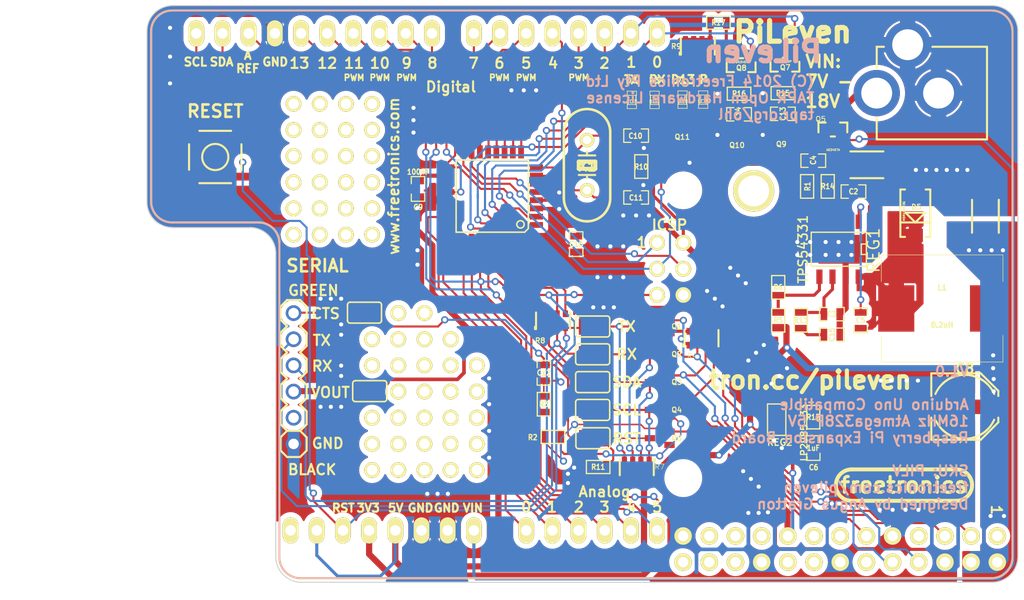
<source format=kicad_pcb>
(kicad_pcb (version 20221018) (generator pcbnew)
  (layers (0 "F.Cu" signal) (31 "B.Cu" signal) (34 "B.Paste" user) (35 "F.Paste" user) (36 "B.SilkS" user "B.Silkscreen") (37 "F.SilkS" user "F.Silkscreen") (38 "B.Mask" user) (39 "F.Mask" user) (44 "Edge.Cuts" user))
  (net 0 "")
  (net 1 "+3.3V")
  (net 2 "+5V")
  (net 3 "/A0")
  (net 4 "/A1")
  (net 5 "/A2")
  (net 6 "/A3")
  (net 7 "/A4_SDA")
  (net 8 "/A5_SCL")
  (net 9 "/AVR_AREF")
  (net 10 "/AVR_RESET")
  (net 11 "/AVR_RX")
  (net 12 "/AVR_TX")
  (net 13 "/BOOT")
  (net 14 "/COMP")
  (net 15 "/CTS")
  (net 16 "/CTS_5V")
  (net 17 "/D0_RX")
  (net 18 "/D10_~{SS}")
  (net 19 "/D11_MOSI")
  (net 20 "/D12_MISO")
  (net 21 "/D13_SCK")
  (net 22 "/D1_TX")
  (net 23 "/D2")
  (net 24 "/D3")
  (net 25 "/D4")
  (net 26 "/D5")
  (net 27 "/D6")
  (net 28 "/D7")
  (net 29 "/D8")
  (net 30 "/D9")
  (net 31 "/EXT_CTS")
  (net 32 "/PI_RTS")
  (net 33 "/PI_RX")
  (net 34 "/PI_SCL")
  (net 35 "/PI_SDA")
  (net 36 "/PI_TX")
  (net 37 "/PSU_EN")
  (net 38 "/PWR_IN")
  (net 39 "/SCL")
  (net 40 "/SDA")
  (net 41 "/SS")
  (net 42 "/SW")
  (net 43 "/VIN")
  (net 44 "/VOUT")
  (net 45 "/VSENSE")
  (net 46 "GND")
  (net 47 "Net-(C10-Pad1)")
  (net 48 "Net-(C11-Pad1)")
  (net 49 "Net-(C13-Pad1)")
  (net 50 "Net-(C14-Pad1)")
  (net 51 "Net-(C15-Pad1)")
  (net 52 "Net-(D1-PadA)")
  (net 53 "Net-(D1-PadK)")
  (net 54 "Net-(D2-PadA)")
  (net 55 "Net-(D2-PadK)")
  (net 56 "Net-(D3-PadA)")
  (net 57 "Net-(D3-PadK)")
  (net 58 "Net-(D4-PadA)")
  (net 59 "Net-(IC1-Pad19)")
  (net 60 "Net-(IC1-Pad22)")
  (net 61 "Net-(J1-Pad1)")
  (net 62 "Net-(J1-Pad7)")
  (net 63 "Net-(J1-Pad12)")
  (net 64 "Net-(J1-Pad13)")
  (net 65 "Net-(J1-Pad15)")
  (net 66 "Net-(J1-Pad16)")
  (net 67 "Net-(J1-Pad18)")
  (net 68 "/PI_MOSI")
  (net 69 "/PI_MISO")
  (net 70 "Net-(J1-Pad22)")
  (net 71 "/PI_SCK")
  (net 72 "/PI_CE0")
  (net 73 "/PI_CE1")
  (net 74 "Net-(JP1-Pad2)")
  (net 75 "Net-(Q1-PadD)")
  (net 76 "Net-(Q2-PadD)")
  (net 77 "Net-(Q3-PadD)")
  (net 78 "Net-(Q4-PadD)")
  (net 79 "/CHARGE")
  (net 80 "Net-(R12-Pad1)")
  (net 81 "Net-(REG2-Pad4)")
  (net 82 "Net-(SHIELD1-PadNC)")
  (footprint "TACTILE_SWITCH_SMD" (layer "F.Cu") (at 184.785 110.744 180)
    (fp_text reference "SW1")
    (fp_text value "PUSHBUTTON" hide)
  )
  (footprint "SOT323_MOSFET" (layer "F.Cu") (at 227.9 127.2 90)
    (fp_text reference "Q1")
    (fp_text value "RJU003N03" hide)
  )
  (footprint "SOT323_MOSFET" (layer "F.Cu") (at 227.9 129.9 90)
    (fp_text reference "Q2")
    (fp_text value "RJU003N03" hide)
  )
  (footprint "SOT323_MOSFET" (layer "F.Cu") (at 227.9 132.6 90)
    (fp_text reference "Q3")
    (fp_text value "RJU003N03" hide)
  )
  (footprint "SOT323_MOSFET" (layer "F.Cu") (at 227.9 135.3 90)
    (fp_text reference "Q4")
    (fp_text value "RJU003N03" hide)
  )
  (footprint "CAP_ELECTRO_SMT_D" (layer "F.Cu") (at 257.5 135)
    (fp_text reference "C8")
    (fp_text value "68uF 16V Electro <30mΩ" hide)
  )
  (footprint "1210" (layer "F.Cu") (at 259.5 116.5 90)
    (fp_text reference "C7")
    (fp_text value "22uF Ceramic <2mΩ" hide)
  )
  (footprint "SM0603_Capa" (layer "F.Cu") (at 242.8 111.1)
    (fp_text reference "C4")
    (fp_text value "8.2nF" hide)
  )
  (footprint "SM0603_Capa" (layer "F.Cu") (at 244.6 126)
    (fp_text reference "C3")
    (fp_text value "27pF" hide)
  )
  (footprint "SM0603_Capa" (layer "F.Cu") (at 204.453 113.84 -90)
    (fp_text reference "C9")
    (fp_text value "100nF")
  )
  (footprint "SM0603_Capa" (layer "F.Cu") (at 225.615 114.67)
    (fp_text reference "C11")
    (fp_text value "22pF" hide)
  )
  (footprint "SM0603" (layer "F.Cu") (at 242.2 113.6 -90)
    (fp_text reference "R1")
    (fp_text value "75K 5%" hide)
  )
  (footprint "RES_CAY16" (layer "F.Cu") (at 225.679 140.843 180)
    (fp_text reference "R7")
    (fp_text value "10K" hide)
  )
  (footprint "SM0603" (layer "F.Cu") (at 239.4 123.4 90)
    (fp_text reference "R6")
    (fp_text value "2K 1%" hide)
  )
  (footprint "SM0603" (layer "F.Cu") (at 239.4 126.6 90)
    (fp_text reference "R5")
    (fp_text value "10.5K 1%" hide)
  )
  (footprint "SM0603" (layer "F.Cu") (at 217.551 137.922 180)
    (fp_text reference "R2")
    (fp_text value "10K" hide)
  )
  (footprint "SM0603" (layer "F.Cu") (at 216.662 134.747 90)
    (fp_text reference "R3")
    (fp_text value "10K" hide)
  )
  (footprint "RES_CAY16" (layer "F.Cu") (at 217.553 126.64)
    (fp_text reference "R8")
    (fp_text value "500" hide)
  )
  (footprint "SM0603" (layer "F.Cu") (at 226.115 111.67 90)
    (fp_text reference "R10")
    (fp_text value "1M" hide)
  )
  (footprint "RES_CAY16" (layer "F.Cu") (at 231.6 100)
    (fp_text reference "R9")
    (fp_text value "1K" hide)
  )
  (footprint "SJ_SHORTED" (layer "F.Cu") (at 221.4 129.9 180)
    (fp_text reference "SJ3")
    (fp_text value "SJ")
  )
  (footprint "SJ_SHORTED" (layer "F.Cu") (at 221.4 127.2 180)
    (fp_text reference "SJ2")
    (fp_text value "SJ")
  )
  (footprint "SJ_SHORTED" (layer "F.Cu") (at 199.263 125.857)
    (fp_text reference "SJ1")
    (fp_text value "SJ")
  )
  (footprint "SJ_SHORTED" (layer "F.Cu") (at 221.4 135.3 180)
    (fp_text reference "SJ5")
    (fp_text value "SJ")
  )
  (footprint "SJ_SHORTED" (layer "F.Cu") (at 221.4 132.6 180)
    (fp_text reference "SJ4")
    (fp_text value "SJ")
  )
  (footprint "RASPBERRY_PI_P1" (layer "F.Cu") (at 260.653 147.54 -90)
    (fp_text reference "J1" hide)
    (fp_text value "RASPBERRY_PI_P1" hide)
  )
  (footprint "POWER_JACK_PTH" (layer "F.Cu") (at 262.653 104.54 90)
    (fp_text reference "U1")
    (fp_text value "POWERJACK")
  )
  (footprint "LED-0603" (layer "F.Cu") (at 230.115 105.17 -90)
    (fp_text reference "D1")
    (fp_text value "D13/RED" hide)
  )
  (footprint "HC49-US" (layer "F.Cu") (at 220.853 111.54 -90)
    (fp_text reference "X1")
    (fp_text value "16MHz" hide)
  )
  (footprint "RES_CAY16" (layer "F.Cu") (at 231.953 128.34)
    (fp_text reference "R4")
    (fp_text value "10K" hide)
  )
  (footprint "1X06" (layer "F.Cu") (at 192.385 138.6 90)
    (fp_text reference "JP1" hide)
    (fp_text value "M06" hide)
  )
  (footprint "ARDUINO_SHIELD" (layer "F.Cu") (at 164.153 149.54)
    (fp_text reference "SHIELD1" hide)
    (fp_text value "ARDUINO_SHIELD" hide)
  )
  (footprint "TQFP32-08" (layer "F.Cu") (at 211.653 114.54 180)
    (fp_text reference "IC1")
    (fp_text value "ATMEGA328P-A")
  )
  (footprint "1210" (layer "F.Cu") (at 248 111.5)
    (fp_text reference "C1")
    (fp_text value "22uF 25V" hide)
  )
  (footprint "SM0603_Capa" (layer "F.Cu") (at 246.7 114.1)
    (fp_text reference "C2")
    (fp_text value "100nF 25V" hide)
  )
  (footprint "1pin_prototyping" (layer "F.Cu") (at 192.383 105.58 -90)
    (fp_text reference "1pin_prototyping" hide)
    (fp_text value "val**" hide)
  )
  (footprint "1pin_prototyping" (layer "F.Cu") (at 192.383 108.12 -90)
    (fp_text reference "1pin_prototyping" hide)
    (fp_text value "val**" hide)
  )
  (footprint "1pin_prototyping" (layer "F.Cu") (at 192.383 110.66 -90)
    (fp_text reference "1pin_prototyping" hide)
    (fp_text value "val**" hide)
  )
  (footprint "1pin_prototyping" (layer "F.Cu") (at 192.383 113.2 -90)
    (fp_text reference "1pin_prototyping" hide)
    (fp_text value "val**" hide)
  )
  (footprint "1pin_prototyping" (layer "F.Cu") (at 192.383 115.74 -90)
    (fp_text reference "1pin_prototyping" hide)
    (fp_text value "val**" hide)
  )
  (footprint "1pin_prototyping" (layer "F.Cu") (at 200.003 115.74 -90)
    (fp_text reference "1pin_prototyping" hide)
    (fp_text value "val**" hide)
  )
  (footprint "1pin_prototyping" (layer "F.Cu") (at 200.003 113.2 -90)
    (fp_text reference "1pin_prototyping" hide)
    (fp_text value "val**" hide)
  )
  (footprint "1pin_prototyping" (layer "F.Cu") (at 200.003 110.66 -90)
    (fp_text reference "1pin_prototyping" hide)
    (fp_text value "val**" hide)
  )
  (footprint "1pin_prototyping" (layer "F.Cu") (at 200.003 108.12 -90)
    (fp_text reference "1pin_prototyping" hide)
    (fp_text value "val**" hide)
  )
  (footprint "1pin_prototyping" (layer "F.Cu") (at 200.003 105.58 -90)
    (fp_text reference "1pin_prototyping" hide)
    (fp_text value "val**" hide)
  )
  (footprint "1pin_prototyping" (layer "F.Cu") (at 197.463 105.58 -90)
    (fp_text reference "1pin_prototyping" hide)
    (fp_text value "val**" hide)
  )
  (footprint "1pin_prototyping" (layer "F.Cu") (at 197.463 108.12 -90)
    (fp_text reference "1pin_prototyping" hide)
    (fp_text value "val**" hide)
  )
  (footprint "1pin_prototyping" (layer "F.Cu") (at 197.463 110.66 -90)
    (fp_text reference "1pin_prototyping" hide)
    (fp_text value "val**" hide)
  )
  (footprint "1pin_prototyping" (layer "F.Cu") (at 197.463 113.2 -90)
    (fp_text reference "1pin_prototyping" hide)
    (fp_text value "val**" hide)
  )
  (footprint "1pin_prototyping" (layer "F.Cu") (at 197.463 115.74 -90)
    (fp_text reference "1pin_prototyping" hide)
    (fp_text value "val**" hide)
  )
  (footprint "1pin_prototyping" (layer "F.Cu") (at 194.923 105.58 -90)
    (fp_text reference "1pin_prototyping" hide)
    (fp_text value "val**" hide)
  )
  (footprint "1pin_prototyping" (layer "F.Cu") (at 194.923 108.12 -90)
    (fp_text reference "1pin_prototyping" hide)
    (fp_text value "val**" hide)
  )
  (footprint "1pin_prototyping" (layer "F.Cu") (at 194.923 110.66 -90)
    (fp_text reference "1pin_prototyping" hide)
    (fp_text value "val**" hide)
  )
  (footprint "1pin_prototyping" (layer "F.Cu") (at 194.923 113.2 -90)
    (fp_text reference "1pin_prototyping" hide)
    (fp_text value "val**" hide)
  )
  (footprint "1pin_prototyping" (layer "F.Cu") (at 194.923 115.74 -90)
    (fp_text reference "1pin_prototyping" hide)
    (fp_text value "val**" hide)
  )
  (footprint "1pin_prototyping" (layer "F.Cu") (at 197.463 118.28 -90)
    (fp_text reference "1pin_prototyping" hide)
    (fp_text value "val**" hide)
  )
  (footprint "1pin_prototyping" (layer "F.Cu") (at 200.003 118.28 -90)
    (fp_text reference "1pin_prototyping" hide)
    (fp_text value "val**" hide)
  )
  (footprint "1pin_prototyping" (layer "F.Cu") (at 200.003 130.98 -90)
    (fp_text reference "1pin_prototyping" hide)
    (fp_text value "val**" hide)
  )
  (footprint "1pin_prototyping" (layer "F.Cu") (at 200.003 138.6 -90)
    (fp_text reference "1pin_prototyping" hide)
    (fp_text value "val**" hide)
  )
  (footprint "1pin_prototyping" (layer "F.Cu") (at 200.003 136.06 -90)
    (fp_text reference "1pin_prototyping" hide)
    (fp_text value "val**" hide)
  )
  (footprint "1pin_prototyping" (layer "F.Cu") (at 200.003 141.14 -90)
    (fp_text reference "1pin_prototyping" hide)
    (fp_text value "val**" hide)
  )
  (footprint "1pin_prototyping" (layer "F.Cu") (at 202.543 141.14 -90)
    (fp_text reference "1pin_prototyping" hide)
    (fp_text value "val**" hide)
  )
  (footprint "1pin_prototyping" (layer "F.Cu") (at 202.543 136.06 -90)
    (fp_text reference "1pin_prototyping" hide)
    (fp_text value "val**" hide)
  )
  (footprint "1pin_prototyping" (layer "F.Cu") (at 202.543 138.6 -90)
    (fp_text reference "1pin_prototyping" hide)
    (fp_text value "val**" hide)
  )
  (footprint "1pin_prototyping" (layer "F.Cu") (at 202.543 130.98 -90)
    (fp_text reference "1pin_prototyping" hide)
    (fp_text value "val**" hide)
  )
  (footprint "1pin_prototyping" (layer "F.Cu") (at 202.543 128.44 -90)
    (fp_text reference "1pin_prototyping" hide)
    (fp_text value "val**" hide)
  )
  (footprint "1pin_prototyping" (layer "F.Cu") (at 202.543 125.9 -90)
    (fp_text reference "1pin_prototyping" hide)
    (fp_text value "val**" hide)
  )
  (footprint "1pin_prototyping" (layer "F.Cu") (at 202.543 133.52 -90)
    (fp_text reference "1pin_prototyping" hide)
    (fp_text value "val**" hide)
  )
  (footprint "1pin_prototyping" (layer "F.Cu") (at 205.083 133.52 -90)
    (fp_text reference "1pin_prototyping" hide)
    (fp_text value "val**" hide)
  )
  (footprint "1pin_prototyping" (layer "F.Cu") (at 205.083 128.44 -90)
    (fp_text reference "1pin_prototyping" hide)
    (fp_text value "val**" hide)
  )
  (footprint "1pin_prototyping" (layer "F.Cu") (at 205.083 130.98 -90)
    (fp_text reference "1pin_prototyping" hide)
    (fp_text value "val**" hide)
  )
  (footprint "1pin_prototyping" (layer "F.Cu") (at 205.083 138.6 -90)
    (fp_text reference "1pin_prototyping" hide)
    (fp_text value "val**" hide)
  )
  (footprint "1pin_prototyping" (layer "F.Cu") (at 205.083 136.06 -90)
    (fp_text reference "1pin_prototyping" hide)
    (fp_text value "val**" hide)
  )
  (footprint "1pin_prototyping" (layer "F.Cu") (at 205.083 141.14 -90)
    (fp_text reference "1pin_prototyping" hide)
    (fp_text value "val**" hide)
  )
  (footprint "1pin_prototyping" (layer "F.Cu") (at 207.623 141.14 -90)
    (fp_text reference "1pin_prototyping" hide)
    (fp_text value "val**" hide)
  )
  (footprint "1pin_prototyping" (layer "F.Cu") (at 207.623 136.06 -90)
    (fp_text reference "1pin_prototyping" hide)
    (fp_text value "val**" hide)
  )
  (footprint "1pin_prototyping" (layer "F.Cu") (at 207.623 138.6 -90)
    (fp_text reference "1pin_prototyping" hide)
    (fp_text value "val**" hide)
  )
  (footprint "1pin_prototyping" (layer "F.Cu") (at 207.623 130.98 -90)
    (fp_text reference "1pin_prototyping" hide)
    (fp_text value "val**" hide)
  )
  (footprint "1pin_prototyping" (layer "F.Cu") (at 207.623 128.44 -90)
    (fp_text reference "1pin_prototyping" hide)
    (fp_text value "val**" hide)
  )
  (footprint "1pin_prototyping" (layer "F.Cu") (at 207.623 133.52 -90)
    (fp_text reference "1pin_prototyping" hide)
    (fp_text value "val**" hide)
  )
  (footprint "1pin_prototyping" (layer "F.Cu") (at 210.163 133.52 -90)
    (fp_text reference "1pin_prototyping" hide)
    (fp_text value "val**" hide)
  )
  (footprint "1pin_prototyping" (layer "F.Cu") (at 210.163 130.98 -90)
    (fp_text reference "1pin_prototyping" hide)
    (fp_text value "val**" hide)
  )
  (footprint "1pin_prototyping" (layer "F.Cu") (at 210.163 138.6 -90)
    (fp_text reference "1pin_prototyping" hide)
    (fp_text value "val**" hide)
  )
  (footprint "1pin_prototyping" (layer "F.Cu") (at 210.163 136.06 -90)
    (fp_text reference "1pin_prototyping" hide)
    (fp_text value "val**" hide)
  )
  (footprint "1pin_prototyping" (layer "F.Cu") (at 210.163 141.14 -90)
    (fp_text reference "1pin_prototyping" hide)
    (fp_text value "val**" hide)
  )
  (footprint "1pin_prototyping" (layer "F.Cu") (at 205.083 125.9 -90)
    (fp_text reference "1pin_prototyping" hide)
    (fp_text value "val**" hide)
  )
  (footprint "SM0603_Capa" (layer "F.Cu") (at 242.8 139 -90)
    (fp_text reference "C6")
    (fp_text value "1uF")
  )
  (footprint "SOT23-5" (layer "F.Cu") (at 239.25 136.25 -90)
    (fp_text reference "REG2")
    (fp_text value "LP2985-33")
  )
  (footprint "LOGO_FREETRONICS" (layer "F.Cu") (at 251.6 142.6 180)
    (fp_text reference "LOGO_FREETRONICS" hide)
    (fp_text value "val**" hide)
  )
  (footprint "LED-0603" (layer "F.Cu") (at 225.2 105.2 -90)
    (fp_text reference "D2")
    (fp_text value "TX/YEL" hide)
  )
  (footprint "LED-0603" (layer "F.Cu") (at 227.4 105.2 -90)
    (fp_text reference "D3")
    (fp_text value "RX/GRN" hide)
  )
  (footprint "LED-0603" (layer "F.Cu") (at 232.115 105.17 -90)
    (fp_text reference "D4")
    (fp_text value "POW/BLUE" hide)
  )
  (footprint "SM0603_Capa" (layer "F.Cu") (at 225.615 108.67)
    (fp_text reference "C10")
    (fp_text value "22pF" hide)
  )
  (footprint "SOT323_MOSFET" (layer "F.Cu") (at 227.9015 138.049 90)
    (fp_text reference "Q6")
    (fp_text value "RJU003N03" hide)
  )
  (footprint "SM0603_Capa" (layer "F.Cu") (at 216.662 131.699 -90)
    (fp_text reference "C12")
    (fp_text value "100nF" hide)
  )
  (footprint "SM0603_Capa" (layer "F.Cu") (at 239.85 106.55 180)
    (fp_text reference "C13")
    (fp_text value "1uF" hide)
  )
  (footprint "SM0603_Capa" (layer "F.Cu") (at 235.6 106.6 180)
    (fp_text reference "C14")
    (fp_text value "1uF" hide)
  )
  (footprint "SM0603" (layer "F.Cu") (at 221.9325 140.843)
    (fp_text reference "R11")
    (fp_text value "10K" hide)
  )
  (footprint "SJ_SHORTED" (layer "F.Cu") (at 221.4245 138.049 180)
    (fp_text reference "SJ7")
    (fp_text value "SJ")
  )
  (footprint "SJ_SHORTED" (layer "F.Cu") (at 199.771 133.477)
    (fp_text reference "SJ6")
    (fp_text value "SJ")
  )
  (footprint "SOT23_MOSFET" (layer "F.Cu") (at 244.7 108.1)
    (fp_text reference "Q5")
    (fp_text value "AO3407A")
  )
  (footprint "SOT23_MOSFET" (layer "F.Cu") (at 235.8 101.8 180)
    (fp_text reference "Q8")
    (fp_text value "FDN340P")
  )
  (footprint "SOT23_MOSFET" (layer "F.Cu") (at 240.05 101.75 180)
    (fp_text reference "Q7")
    (fp_text value "FDN340P")
  )
  (footprint "SM0603" (layer "F.Cu") (at 242.8 136 -90)
    (fp_text reference "R12")
    (fp_text value "R0.5 1/8W" hide)
  )
  (footprint "SO8_WITH_EP" (layer "F.Cu") (at 245.3 119.7 180)
    (fp_text reference "REG1")
    (fp_text value "TPS54331")
  )
  (footprint "SMA-DIODE" (layer "F.Cu") (at 252.7 116.2 -90)
    (fp_text reference "D5")
    (fp_text value "MBRA340T3G")
  )
  (footprint "SM0603_Capa" (layer "F.Cu") (at 244.6 128)
    (fp_text reference "C15")
    (fp_text value "1nF" hide)
  )
  (footprint "SM0603" (layer "F.Cu") (at 241.6 126.6 -90)
    (fp_text reference "R13")
    (fp_text value "47k" hide)
  )
  (footprint "SM0603_Capa" (layer "F.Cu") (at 247.4 126.6 -90)
    (fp_text reference "C5")
    (fp_text value "100nF" hide)
  )
  (footprint "SM0603" (layer "F.Cu") (at 244.2 113.6 -90)
    (fp_text reference "R14")
    (fp_text value "330K 5%" hide)
  )
  (footprint "SOT323_MOSFET" (layer "F.Cu") (at 230.1 108.8)
    (fp_text reference "Q11")
    (fp_text value "RJU003N03" hide)
  )
  (footprint "SOT323_MOSFET" (layer "F.Cu") (at 235.4 109.6 180)
    (fp_text reference "Q10")
    (fp_text value "RJU003N03" hide)
  )
  (footprint "SOT323_MOSFET" (layer "F.Cu") (at 239.65 109.55 180)
    (fp_text reference "Q9")
    (fp_text value "RJU003N03" hide)
  )
  (footprint "SM0603" (layer "F.Cu") (at 235.6 104.6 180)
    (fp_text reference "R16")
    (fp_text value "200K" hide)
  )
  (footprint "SM0603" (layer "F.Cu") (at 239.85 104.55 180)
    (fp_text reference "R15")
    (fp_text value "200K" hide)
  )
  (footprint "SM0603_Capa" (layer "F.Cu") (at 219.8 119.2 -90)
    (fp_text reference "C16")
    (fp_text value "100nF" hide)
  )
  (footprint "SRP1040_IND" (layer "F.Cu") (at 255.3 125.45)
    (fp_text reference "L1")
    (fp_text value "8.2uH")
  )
  (footprint "1pin_prototyping" (layer "F.Cu") (at 194.923 118.28 -90)
    (fp_text reference "1pin_prototyping" hide)
    (fp_text value "val**" hide)
  )
  (footprint "1pin_prototyping" (layer "F.Cu") (at 192.383 118.28 -90)
    (fp_text reference "1pin_prototyping" hide)
    (fp_text value "val**" hide)
  )
  (footprint "1pin_prototyping" (layer "F.Cu") (at 200.003 128.44 -90)
    (fp_text reference "1pin_prototyping" hide)
    (fp_text value "val**" hide)
  )
  (footprint "SMD_Packages:SM0603" (layer "F.Cu") (at 233.6 97.7)
    (fp_text reference "R17")
    (fp_text value "50R" hide)
  )
  (gr_line (start 260.096 151.638) (end 193.04 151.638) (stroke (width 0.2)) (layer "B.SilkS"))
  (gr_line (start 188.976 117.094) (end 180.594 117.094) (stroke (width 0.2)) (layer "B.SilkS"))
  (gr_line (start 191.008 149.606) (end 191.008 119.126) (stroke (width 0.2)) (layer "B.SilkS"))
  (gr_arc (start 188.976 117.094) (mid 190.412841 117.689159) (end 191.008 119.126) (stroke (width 0.2)) (layer "B.SilkS"))
  (gr_line (start 262.128 98.552) (end 262.128 149.606) (stroke (width 0.2)) (layer "B.SilkS"))
  (gr_arc (start 260.096 96.52) (mid 261.532841 97.115159) (end 262.128 98.552) (stroke (width 0.2)) (layer "B.SilkS"))
  (gr_arc (start 262.128 149.606) (mid 261.532841 151.042841) (end 260.096 151.638) (stroke (width 0.2)) (layer "B.SilkS"))
  (gr_line (start 178.562 115.062) (end 178.562 98.552) (stroke (width 0.2)) (layer "B.SilkS"))
  (gr_arc (start 180.594 117.094) (mid 179.157159 116.498841) (end 178.562 115.062) (stroke (width 0.2)) (layer "B.SilkS"))
  (gr_line (start 180.594 96.52) (end 260.096 96.52) (stroke (width 0.2)) (layer "B.SilkS"))
  (gr_arc (start 178.562 98.552) (mid 179.157159 97.115159) (end 180.594 96.52) (stroke (width 0.2)) (layer "B.SilkS"))
  (gr_arc (start 193.04 151.638) (mid 191.603159 151.042841) (end 191.008 149.606) (stroke (width 0.2)) (layer "B.SilkS"))
  (gr_line (start 258.104 96.52) (end 180.848 96.52) (stroke (width 0.2)) (layer "F.SilkS"))
  (gr_line (start 260.096 96.52) (end 258.064 96.52) (stroke (width 0.2)) (layer "F.SilkS"))
  (gr_line (start 262.128 149.606) (end 262.128 98.552) (stroke (width 0.2)) (layer "F.SilkS"))
  (gr_line (start 178.562 98.552) (end 178.562 115.062) (stroke (width 0.2)) (layer "F.SilkS"))
  (gr_line (start 188.214 117.094) (end 188.976 117.094) (stroke (width 0.2)) (layer "F.SilkS"))
  (gr_arc (start 193.04 151.638) (mid 191.603159 151.042841) (end 191.008 149.606) (stroke (width 0.2)) (layer "F.SilkS"))
  (gr_line (start 193.04 151.638) (end 260.096 151.638) (stroke (width 0.2)) (layer "F.SilkS"))
  (gr_line (start 180.594 117.094) (end 188.214 117.094) (stroke (width 0.2)) (layer "F.SilkS"))
  (gr_arc (start 260.096 96.52) (mid 261.532841 97.115159) (end 262.128 98.552) (stroke (width 0.2)) (layer "F.SilkS"))
  (gr_arc (start 180.594 117.094) (mid 179.157159 116.498841) (end 178.562 115.062) (stroke (width 0.2)) (layer "F.SilkS"))
  (gr_line (start 180.594 96.52) (end 180.848 96.52) (stroke (width 0.2)) (layer "F.SilkS"))
  (gr_arc (start 188.976 117.094) (mid 190.412841 117.689159) (end 191.008 119.126) (stroke (width 0.2)) (layer "F.SilkS"))
  (gr_arc (start 262.128 149.606) (mid 261.532841 151.042841) (end 260.096 151.638) (stroke (width 0.2)) (layer "F.SilkS"))
  (gr_arc (start 178.562 98.552) (mid 179.157159 97.115159) (end 180.594 96.52) (stroke (width 0.2)) (layer "F.SilkS"))
  (gr_arc (start 178.153 98.54) (mid 178.885233 96.772233) (end 180.653 96.04) (stroke (width 0.1)) (layer "Edge.Cuts"))
  (gr_arc (start 188.153 117.594) (mid 189.920767 118.326233) (end 190.653 120.094) (stroke (width 0.1)) (layer "Edge.Cuts"))
  (gr_line (start 180.653 96.04) (end 260.153 96.04) (stroke (width 0.1)) (layer "Edge.Cuts"))
  (gr_arc (start 180.653 117.594) (mid 178.885233 116.861767) (end 178.153 115.094) (stroke (width 0.1)) (layer "Edge.Cuts"))
  (gr_line (start 178.153 98.54) (end 178.153 115.06) (stroke (width 0.1)) (layer "Edge.Cuts"))
  (gr_arc (start 260.153 96.04) (mid 261.920767 96.772233) (end 262.653 98.54) (stroke (width 0.1)) (layer "Edge.Cuts"))
  (gr_line (start 193.153 152.04) (end 260.153 152.04) (stroke (width 0.1)) (layer "Edge.Cuts"))
  (gr_line (start 190.653 149.54) (end 190.653 120) (stroke (width 0.1)) (layer "Edge.Cuts"))
  (gr_line (start 262.653 98.54) (end 262.653 149.54) (stroke (width 0.1)) (layer "Edge.Cuts"))
  (gr_arc (start 262.653 149.54) (mid 261.920767 151.307767) (end 260.153 152.04) (stroke (width 0.1)) (layer "Edge.Cuts"))
  (gr_line (start 188.153 117.6) (end 180.653 117.6) (stroke (width 0.1)) (layer "Edge.Cuts"))
  (gr_arc (start 193.153 152.04) (mid 191.385233 151.307767) (end 190.653 149.54) (stroke (width 0.1)) (layer "Edge.Cuts"))
  (gr_text "(C) 2014 Freetronics Pty Ltd\nTAPR Open Hardware License\ntapr.org/ohl" (at 243 105) (layer "B.SilkS") (effects (font (size 1 1) (thickness 0.2)) (justify left mirror)))
  (gr_text "V1.0\n\nArduino Uno Compatible\n16MHz Atmega328P 5V\nRaspberry Pi Expansion Board\n\nSKU: PILV\nfreetronics.com/pileven\nDesigned by Angus Gratton" (at 258 138) (layer "B.SilkS") (effects (font (size 1 1) (thickness 0.2)) (justify left mirror)))
  (gr_text "PiLeven" (at 237.9 100.5) (layer "B.SilkS") (effects (font (size 2 2) (thickness 0.5)) (justify mirror)))
  (gr_text "BLACK" (at 194.183 141.097) (layer "F.SilkS") (effects (font (size 1 1) (thickness 0.2))))
  (gr_text "3" (at 220.053 101.64) (layer "F.SilkS") (effects (font (size 1 1) (thickness 0.2))))
  (gr_text "tron.cc/pileven" (at 242.5 132.4) (layer "F.SilkS") (effects (font (size 1.7 1.7) (thickness 0.4))))
  (gr_text "SDA" (at 224.7 132.6) (layer "F.SilkS") (effects (font (size 1 1) (thickness 0.2))))
  (gr_text "1" (at 225.153 101.54) (layer "F.SilkS") (effects (font (size 1 1) (thickness 0.2))))
  (gr_text "TX" (at 224.7 127.2) (layer "F.SilkS") (effects (font (size 1 1) (thickness 0.2))))
  (gr_text "13" (at 192.953 101.64) (layer "F.SilkS") (effects (font (size 1 1) (thickness 0.2))))
  (gr_text "SCL" (at 224.7 135.3) (layer "F.SilkS") (effects (font (size 1 1) (thickness 0.2))))
  (gr_text "5V" (at 202.289 144.823) (layer "F.SilkS") (effects (font (size 0.8 0.8) (thickness 0.2))))
  (gr_text "0" (at 227.653 101.54) (layer "F.SilkS") (effects (font (size 1 1) (thickness 0.2))))
  (gr_text "12" (at 195.653 101.64) (layer "F.SilkS") (effects (font (size 1 1) (thickness 0.2))))
  (gr_text "0" (at 214.953 144.74) (layer "F.SilkS") (effects (font (size 1 1) (thickness 0.2))))
  (gr_text "VIN" (at 209.782 144.823) (layer "F.SilkS") (effects (font (size 0.8 0.8) (thickness 0.2))))
  (gr_text "VOUT" (at 195.961 133.604) (layer "F.SilkS") (effects (font (size 1 1) (thickness 0.2))))
  (gr_text "SCL" (at 182.858 101.516) (layer "F.SilkS") (effects (font (size 0.8 0.8) (thickness 0.2))))
  (gr_text "Digital" (at 207.653 103.94) (layer "F.SilkS") (effects (font (size 1 1) (thickness 0.2))))
  (gr_text "CTS" (at 195.5 125.95) (layer "F.SilkS") (effects (font (size 1 1) (thickness 0.2))))
  (gr_text "3" (at 222.553 144.74) (layer "F.SilkS") (effects (font (size 1 1) (thickness 0.2))))
  (gr_text "4" (at 217.553 101.64) (layer "F.SilkS") (effects (font (size 1 1) (thickness 0.2))))
  (gr_text "8" (at 205.853 101.64) (layer "F.SilkS") (effects (font (size 1 1) (thickness 0.2))))
  (gr_text "PWM" (at 212.353 103.04) (layer "F.SilkS") (effects (font (size 0.6 0.6))))
  (gr_text "11" (at 198.253 101.64) (layer "F.SilkS") (effects (font (size 1 1) (thickness 0.2))))
  (gr_text "RX" (at 195.15 131.05) (layer "F.SilkS") (effects (font (size 1 1) (thickness 0.2))))
  (gr_text "GND" (at 195.7 138.55) (layer "F.SilkS") (effects (font (size 1 1) (thickness 0.2))))
  (gr_text "GND" (at 204.702 144.823) (layer "F.SilkS") (effects (font (size 0.8 0.8) (thickness 0.2))))
  (gr_text "Analog" (at 222.553 143.24) (layer "F.SilkS") (effects (font (size 1 1) (thickness 0.2))))
  (gr_text "SERIAL" (at 194.7 121.3) (layer "F.SilkS") (effects (font (size 1.2 1.2) (thickness 0.25))))
  (gr_text "5" (at 227.653 144.74) (layer "F.SilkS") (effects (font (size 1 1) (thickness 0.2))))
  (gr_text "VIN:\n7V -\n18V" (at 241.9 103.4) (layer "F.SilkS") (effects (font (size 1.2 1.2) (thickness 0.25)) (justify left)))
  (gr_text "D13" (at 230.165 103.22) (layer "F.SilkS") (effects (font (size 0.8 0.8) (thickness 0.2))))
  (gr_text "2" (at 222.553 101.64) (layer "F.SilkS") (effects (font (size 1 1) (thickness 0.2))))
  (gr_text "5" (at 214.953 101.64) (layer "F.SilkS") (effects (font (size 1 1) (thickness 0.2))))
  (gr_text "RX" (at 224.7 129.9) (layer "F.SilkS") (effects (font (size 1 1) (thickness 0.2))))
  (gr_text "PWM" (at 200.753 103.04) (layer "F.SilkS") (effects (font (size 0.6 0.6))))
  (gr_text "1" (at 260.57 145.01 270) (layer "F.SilkS") (effects (font (size 1 1) (thickness 0.2))))
  (gr_text "PWM" (at 220.053 103.04) (layer "F.SilkS") (effects (font (size 0.6 0.6))))
  (gr_text "PWM" (at 198.253 103.04) (layer "F.SilkS") (effects (font (size 0.6 0.6))))
  (gr_text "GREEN" (at 194.31 123.698) (layer "F.SilkS") (effects (font (size 1 1) (thickness 0.2))))
  (gr_text "GND" (at 190.605 101.516) (layer "F.SilkS") (effects (font (size 0.8 0.8) (thickness 0.2))))
  (gr_text "1" (at 226.153 119.04) (layer "F.SilkS") (effects (font (size 1 1) (thickness 0.2))))
  (gr_text "4" (at 225.153 144.74) (layer "F.SilkS") (effects (font (size 1 1) (thickness 0.2))))
  (gr_text "6" (at 212.353 101.64) (layer "F.SilkS") (effects (font (size 1 1) (thickness 0.2))))
  (gr_text "ICSP" (at 228.853 117.34) (layer "F.SilkS") (effects (font (size 1 1) (thickness 0.2))))
  (gr_text "PWM" (at 214.953 103.04) (layer "F.SilkS") (effects (font (size 0.6 0.6))))
  (gr_text "1" (at 217.453 144.74) (layer "F.SilkS") (effects (font (size 1 1) (thickness 0.2))))
  (gr_text "P" (at 232.165 103.22) (layer "F.SilkS") (effects (font (size 0.8 0.8) (thickness 0.2))))
  (gr_text "A\nREF" (at 187.938 101.516) (layer "F.SilkS") (effects (font (size 0.8 0.8) (thickness 0.2))))
  (gr_text "2" (at 220.053 144.74) (layer "F.SilkS") (effects (font (size 1 1) (thickness 0.2))))
  (gr_text "3V3" (at 199.622 144.823) (layer "F.SilkS") (effects (font (size 0.8 0.8) (thickness 0.2))))
  (gr_text "9" (at 203.353 101.64) (layer "F.SilkS") (effects (font (size 1 1) (thickness 0.2))))
  (gr_text "TX" (at 195.115 128.55) (layer "F.SilkS") (effects (font (size 1 1) (thickness 0.2))))
  (gr_text "SDA" (at 185.398 101.516) (layer "F.SilkS") (effects (font (size 0.8 0.8) (thickness 0.2))))
  (gr_text "RST" (at 224.7 138.1) (layer "F.SilkS") (effects (font (size 1 1) (thickness 0.2))))
  (gr_text "www.freetronics.com" (at 202.1 112.6 90) (layer "F.SilkS") (effects (font (size 1 1) (thickness 0.2))))
  (gr_text "10" (at 200.753 101.64) (layer "F.SilkS") (effects (font (size 1 1) (thickness 0.2))))
  (gr_text "PiLeven" (at 240.8 98.6) (layer "F.SilkS") (effects (font (size 2 2) (thickness 0.5))))
  (gr_text "RX" (at 227.653 103.24) (layer "F.SilkS") (effects (font (size 0.8 0.8) (thickness 0.2))))
  (gr_text "TX" (at 225.153 103.24) (layer "F.SilkS") (effects (font (size 0.8 0.8) (thickness 0.2))))
  (gr_text "PWM" (at 203.353 103.04) (layer "F.SilkS") (effects (font (size 0.6 0.6))))
  (gr_text "RST" (at 197.209 144.823) (layer "F.SilkS") (effects (font (size 0.8 0.8) (thickness 0.2))))
  (gr_text "GND" (at 207.242 144.823) (layer "F.SilkS") (effects (font (size 0.8 0.8) (thickness 0.2))))
  (gr_text "7" (at 209.853 101.64) (layer "F.SilkS") (effects (font (size 1 1) (thickness 0.2))))
  (gr_text "RESET" (at 184.785 106.299) (layer "F.SilkS") (effects (font (size 1.2 1.2) (thickness 0.25))))
  (segment (start 199.713 149.3) (end 201.803 151.39) (width 0.6) (layer "F.Cu") (net 1))
  (segment (start 201.803 151.39) (end 226.253 151.39) (width 0.6) (layer "F.Cu") (net 1))
  (segment (start 226.253 151.39) (end 228.853 148.79) (width 0.6) (layer "F.Cu") (net 1))
  (segment (start 228.853 148.79) (end 228.853 146.04) (width 0.4) (layer "F.Cu") (net 1))
  (segment (start 228.853 146.04) (end 229.803 145.09) (width 0.6) (layer "F.Cu") (net 1))
  (segment (start 229.803 145.09) (end 231.453 145.09) (width 0.6) (layer "F.Cu") (net 1))
  (segment (start 231.453 145.09) (end 232.253 144.29) (width 0.6) (layer "F.Cu") (net 1))
  (segment (start 232.253 144.29) (end 239.35447 144.29) (width 0.6) (layer "F.Cu") (net 1))
  (segment (start 239.35447 144.29) (end 240.303735 145.239265) (width 0.6) (layer "F.Cu") (net 1))
  (segment (start 240.303735 145.239265) (end 240.333 145.26853) (width 0.6) (layer "F.Cu") (net 1))
  (segment (start 240.303735 147.510735) (end 240.333 147.54) (width 0.6) (layer "F.Cu") (net 1))
  (segment (start 229.03584 127.66436) (end 228.84996 127.85024) (width 0.3) (layer "F.Cu") (net 1))
  (segment (start 227.9 128.8002) (end 227.9 130.3) (width 0.15) (layer "F.Cu") (net 1))
  (segment (start 227.9 130.3) (end 228.59972 130.3) (width 0.15) (layer "F.Cu") (net 1))
  (segment (start 228.59972 130.3) (end 228.84996 130.55024) (width 0.15) (layer "F.Cu") (net 1))
  (segment (start 227.9 131.5002) (end 227.9 132.9) (width 0.15) (layer "F.Cu") (net 1))
  (segment (start 227.9 132.9) (end 228.49972 132.9) (width 0.15) (layer "F.Cu") (net 1))
  (segment (start 228.49972 132.9) (end 228.84996 133.25024) (width 0.15) (layer "F.Cu") (net 1))
  (segment (start 228.5002 133.6) (end 228.5 133.6) (width 0.15) (layer "F.Cu") (net 1))
  (segment (start 228.5 133.6) (end 227.9 134.2) (width 0.15) (layer "F.Cu") (net 1))
  (segment (start 227.9 134.2) (end 227.9 135.00028) (width 0.15) (layer "F.Cu") (net 1))
  (segment (start 227.9 135.00028) (end 228.84996 135.95024) (width 0.15) (layer "F.Cu") (net 1))
  (segment (start 218.313 139.2555) (end 218.313 137.922) (width 0.2) (layer "F.Cu") (net 1))
  (segment (start 227.9015 139.7635) (end 228.85146 138.81354) (width 0.15) (layer "F.Cu") (net 1))
  (segment (start 228.85146 138.81354) (end 228.85146 138.69924) (width 0.15) (layer "F.Cu") (net 1))
  (segment (start 222.6945 139.573) (end 220.1545 139.573) (width 0.2) (layer "F.Cu") (net 1))
  (segment (start 220.1545 139.573) (end 218.6305 139.573) (width 0.2) (layer "F.Cu") (net 1))
  (segment (start 218.6305 139.573) (end 218.313 139.2555) (width 0.2) (layer "F.Cu") (net 1))
  (segment (start 240.373 141.44) (end 236.9185 137.9855) (width 0.2) (layer "F.Cu") (net 1))
  (segment (start 235.9025 136.9695) (end 235.9025 135.763) (width 0.2) (layer "F.Cu") (net 1))
  (segment (start 235.9025 135.763) (end 234.061 133.9215) (width 0.2) (layer "F.Cu") (net 1))
  (segment (start 234.061 133.9215) (end 234.061 128.57348) (width 0.2) (layer "F.Cu") (net 1))
  (segment (start 234.061 128.57348) (end 233.15188 127.66436) (width 0.2) (layer "F.Cu") (net 1))
  (segment (start 229.9335 136.652) (end 229.23174 135.95024) (width 0.15) (layer "F.Cu") (net 1))
  (segment (start 229.23174 135.95024) (end 228.84996 135.95024) (width 0.15) (layer "F.Cu") (net 1))
  (segment (start 242.162 138.238) (end 240.803 139.597) (width 0.35) (layer "F.Cu") (net 1))
  (segment (start 240.803 139.597) (end 240.803 141.44) (width 0.35) (layer "F.Cu") (net 1))
  (segment (start 228.84996 127.85024) (end 227.9 128.8002) (width 0.15) (layer "F.Cu") (net 1))
  (segment (start 240.333 147.54) (end 240.333 145.26853) (width 0.3) (layer "F.Cu") (net 1))
  (segment (start 242.8 136.762) (end 242.8 138.238) (width 0.35) (layer "F.Cu") (net 1))
  (segment (start 230.75412 127.66436) (end 229.03584 127.66436) (width 0.3) (layer "F.Cu") (net 1))
  (segment (start 232.35178 127.66436) (end 233.15188 127.66436) (width 0.3) (layer "F.Cu") (net 1))
  (segment (start 228.84996 130.55024) (end 227.9 131.5002) (width 0.15) (layer "F.Cu") (net 1))
  (segment (start 230.75412 127.66436) (end 231.55422 127.66436) (width 0.3) (layer "F.Cu") (net 1))
  (segment (start 242.8 138.238) (end 242.162 138.238) (width 0.35) (layer "F.Cu") (net 1))
  (segment (start 240.803 141.44) (end 240.373 141.44) (width 0.2) (layer "F.Cu") (net 1))
  (segment (start 199.713 147) (end 199.713 149.3) (width 0.6) (layer "F.Cu") (net 1))
  (segment (start 236.9185 137.9855) (end 235.9025 136.9695) (width 0.2) (layer "F.Cu") (net 1))
  (segment (start 231.55422 127.66436) (end 232.35178 127.66436) (width 0.3) (layer "F.Cu") (net 1))
  (segment (start 240.303735 145.239265) (end 240.303735 147.510735) (width 0.6) (layer "F.Cu") (net 1))
  (segment (start 228.84996 133.25024) (end 228.5002 133.6) (width 0.15) (layer "F.Cu") (net 1))
  (via (at 227.9015 139.7635) (size 0.7) (drill 0.4) (layers "F.Cu" "B.Cu") (net 1))
  (via (at 229.9335 136.652) (size 0.7) (drill 0.4) (layers "F.Cu" "B.Cu") (net 1))
  (via (at 222.6945 139.573) (size 0.7) (drill 0.4) (layers "F.Cu" "B.Cu") (net 1))
  (via (at 240.803 141.44) (size 0.7) (drill 0.4) (layers "F.Cu" "B.Cu") (net 1))
  (segment (start 240.803 141.44) (end 240.803 141.5) (width 0.3) (layer "B.Cu") (net 1))
  (segment (start 240.803 147.07) (end 240.333 147.54) (width 0.3) (layer "B.Cu") (net 1))
  (segment (start 227.838 139.7) (end 222.8215 139.7) (width 0.2) (layer "B.Cu") (net 1))
  (segment (start 222.8215 139.7) (end 222.6945 139.573) (width 0.2) (layer "B.Cu") (net 1))
  (segment (start 229.9335 137.7315) (end 229.9335 136.652) (width 0.15) (layer "B.Cu") (net 1))
  (segment (start 240.803 141.44) (end 240.803 141.5) (width 0.35) (layer "B.Cu") (net 1))
  (segment (start 240.803 141.5) (end 240.803 147.07) (width 0.3) (layer "B.Cu") (net 1))
  (segment (start 227.9015 139.7635) (end 229.9335 137.7315) (width 0.15) (layer "B.Cu") (net 1))
  (segment (start 227.9015 139.7635) (end 227.838 139.7) (width 0.2) (layer "B.Cu") (net 1))
  (segment (start 212.253 136.39) (end 212.253 139.79) (width 0.6) (layer "F.Cu") (net 2))
  (segment (start 212.253 130.39) (end 212.253 136.39) (width 0.6) (layer "F.Cu") (net 2))
  (segment (start 202.752998 150.489998) (end 202.253 149.99) (width 0.6) (layer "F.Cu") (net 2))
  (segment (start 202.253 149.99) (end 202.253 147) (width 0.6) (layer "F.Cu") (net 2))
  (segment (start 213.202998 150.489998) (end 212.253 149.54) (width 0.6) (layer "F.Cu") (net 2))
  (segment (start 213.202998 150.489998) (end 202.752998 150.489998) (width 0.6) (layer "F.Cu") (net 2))
  (segment (start 205.852998 123.989998) (end 205.852998 119.339998) (width 0.6) (layer "F.Cu") (net 2))
  (segment (start 205.852998 119.339998) (end 203.203 116.69) (width 0.6) (layer "F.Cu") (net 2))
  (segment (start 203.203 116.69) (end 203.203 113.34) (width 0.6) (layer "F.Cu") (net 2))
  (segment (start 203.203 113.34) (end 203.465 113.078) (width 0.6) (layer "F.Cu") (net 2))
  (segment (start 203.465 113.078) (end 204.453 113.078) (width 0.6) (layer "F.Cu") (net 2))
  (segment (start 204.9722 112.5588) (end 204.453 113.078) (width 0.4) (layer "F.Cu") (net 2))
  (segment (start 259.353 148.78) (end 259.353 145.74) (width 0.35) (layer "F.Cu") (net 2))
  (segment (start 219.703002 150.489998) (end 219.753 150.489998) (width 0.6) (layer "F.Cu") (net 2))
  (segment (start 219.753 150.489998) (end 213.202998 150.489998) (width 0.6) (layer "F.Cu") (net 2))
  (segment (start 260 145.6) (end 261.3 145.6) (width 0.3) (layer "F.Cu") (net 2))
  (segment (start 226.3775 141.8155) (end 226.3775 142.1765) (width 0.6) (layer "F.Cu") (net 2))
  (segment (start 226.3775 148.9075) (end 224.795002 150.489998) (width 0.6) (layer "F.Cu") (net 2))
  (segment (start 224.795002 150.489998) (end 219.703002 150.489998) (width 0.6) (layer "F.Cu") (net 2))
  (segment (start 226.3775 145.4785) (end 226.3775 148.9075) (width 0.6) (layer "F.Cu") (net 2))
  (segment (start 225.3615 144.4625) (end 221.926688 144.4625) (width 0.2) (layer "F.Cu") (net 2))
  (segment (start 221.926688 144.4625) (end 221.545688 144.0815) (width 0.2) (layer "F.Cu") (net 2))
  (segment (start 221.545688 144.0815) (end 219.583 144.0815) (width 0.2) (layer "F.Cu") (net 2))
  (segment (start 219.583 144.0815) (end 219.075 143.5735) (width 0.2) (layer "F.Cu") (net 2))
  (segment (start 219.075 143.5735) (end 217.424 143.5735) (width 0.2) (layer "F.Cu") (net 2))
  (segment (start 217.424 143.5735) (end 215.9 142.0495) (width 0.2) (layer "F.Cu") (net 2))
  (segment (start 215.9 142.0495) (end 215.9 138.7475) (width 0.2) (layer "F.Cu") (net 2))
  (segment (start 215.9 138.7475) (end 215.9 138.43) (width 0.2) (layer "F.Cu") (net 2))
  (segment (start 215.9 136.271) (end 216.662 135.509) (width 0.2) (layer "F.Cu") (net 2))
  (segment (start 229.245 139.69) (end 227.41636 141.51864) (width 0.6) (layer "F.Cu") (net 2))
  (segment (start 227.41636 141.51864) (end 226.87788 141.51864) (width 0.6) (layer "F.Cu") (net 2))
  (segment (start 226.3775 142.01902) (end 226.3775 142.0495) (width 0.6) (layer "F.Cu") (net 2))
  (segment (start 226.3775 142.1765) (end 226.3775 145.4785) (width 0.6) (layer "F.Cu") (net 2))
  (segment (start 224.13976 141.859) (end 221.361 141.859) (width 0.2) (layer "F.Cu") (net 2))
  (segment (start 221.361 141.859) (end 221.1705 141.6685) (width 0.2) (layer "F.Cu") (net 2))
  (segment (start 221.1705 141.6685) (end 221.1705 140.843) (width 0.2) (layer "F.Cu") (net 2))
  (segment (start 207.746 125.883) (end 205.852998 123.989998) (width 0.6) (layer "F.Cu") (net 2))
  (segment (start 259.8 124.2) (end 259.7 124.3) (width 0.6) (layer "F.Cu") (net 2))
  (segment (start 240.2 129.2) (end 240.2 127.262) (width 0.6) (layer "F.Cu") (net 2))
  (segment (start 236.6645 132.7355) (end 240.2 129.2) (width 0.6) (layer "F.Cu") (net 2))
  (segment (start 238.395 127.262) (end 230.193 119.06) (width 0.6) (layer "F.Cu") (net 2))
  (segment (start 260.3 129.95) (end 260.25 130) (width 0.3) (layer "F.Cu") (net 2))
  (segment (start 236.6645 135.75) (end 236.6645 132.7355) (width 0.6) (layer "F.Cu") (net 2))
  (segment (start 237.117 135.2975) (end 237.98 135.2975) (width 0.3) (layer "F.Cu") (net 2))
  (segment (start 237.1515 137.2025) (end 237.98 137.2025) (width 0.2) (layer "F.Cu") (net 2))
  (segment (start 240.25 129.25) (end 240.2 129.2) (width 0.6) (layer "F.Cu") (net 2))
  (segment (start 230.193 117.4) (end 230.193 119.06) (width 0.3) (layer "F.Cu") (net 2))
  (segment (start 227.3 114.507) (end 227.3 110.5) (width 0.3) (layer "F.Cu") (net 2))
  (segment (start 229.87564 99.32436) (end 227.65 101.55) (width 0.3) (layer "F.Cu") (net 2))
  (segment (start 227.65 101.55) (end 225.95 101.55) (width 0.3) (layer "F.Cu") (net 2))
  (segment (start 225.95 101.55) (end 224.2 103.3) (width 0.3) (layer "F.Cu") (net 2))
  (segment (start 224.2 103.3) (end 224.2 106.9) (width 0.3) (layer "F.Cu") (net 2))
  (segment (start 224.2 106.9) (end 224.6 107.3) (width 0.3) (layer "F.Cu") (net 2))
  (segment (start 224.8 107.5) (end 226.75 107.5) (width 0.3) (layer "F.Cu") (net 2))
  (segment (start 226.75 107.5) (end 227.3 108.05) (width 0.3) (layer "F.Cu") (net 2))
  (segment (start 227.3 108.05) (end 227.3 110.5) (width 0.3) (layer "F.Cu") (net 2))
  (segment (start 218.73878 114.93878) (end 219.7 115.9) (width 0.4) (layer "F.Cu") (net 2))
  (segment (start 218.405226 113.36398) (end 219.670623 114.629377) (width 0.35) (layer "F.Cu") (net 2))
  (segment (start 219.7 114.658754) (end 219.7 115.9) (width 0.35) (layer "F.Cu") (net 2))
  (segment (start 228.971 117.838) (end 230.193 119.06) (width 0.35) (layer "F.Cu") (net 2))
  (segment (start 219.670623 114.629377) (end 219.7 114.658754) (width 0.35) (layer "F.Cu") (net 2))
  (segment (start 228.971 117.838) (end 230.193 119.06) (width 0.5) (layer "F.Cu") (net 2))
  (segment (start 238.495 127.362) (end 239.4 127.362) (width 0.3) (layer "F.Cu") (net 2))
  (segment (start 228.583 117.45) (end 220.870623 117.45) (width 0.6) (layer "F.Cu") (net 2))
  (segment (start 220.870623 117.45) (end 219.7 116.279377) (width 0.6) (layer "F.Cu") (net 2))
  (segment (start 219.882623 118.438) (end 219.8 118.438) (width 0.6) (layer "F.Cu") (net 2))
  (segment (start 208.28 132.334) (end 208.915 131.699) (width 0.35) (layer "F.Cu") (net 2))
  (segment (start 208.915 131.699) (end 208.915 130.048) (width 0.35) (layer "F.Cu") (net 2))
  (segment (start 208.915 130.048) (end 210.413 128.55) (width 0.35) (layer "F.Cu") (net 2))
  (segment (start 210.413 128.55) (end 207.746 125.883) (width 0.6) (layer "F.Cu") (net 2))
  (segment (start 202.311 132.334) (end 208.28 132.334) (width 0.35) (layer "F.Cu") (net 2))
  (segment (start 201.676 132.334) (end 201.422 132.588) (width 0.35) (layer "F.Cu") (net 2))
  (segment (start 261.2 124) (end 261.2 119.8) (width 0.3) (layer "F.Cu") (net 2))
  (segment (start 260.1 119.8) (end 259 119.8) (width 0.3) (layer "F.Cu") (net 2))
  (segment (start 260.3 131.3) (end 260.3 132.3) (width 0.3) (layer "F.Cu") (net 2))
  (segment (start 232.79888 97.73912) (end 232.838 97.7) (width 0.3) (layer "F.Cu") (net 2))
  (segment (start 212.253 130.39) (end 210.413 128.55) (width 0.6) (layer "F.Cu") (net 2))
  (segment (start 202.311 132.334) (end 201.676 132.334) (width 0.35) (layer "F.Cu") (net 2))
  (segment (start 260.3 124.7) (end 260.3 129.95) (width 0.3) (layer "F.Cu") (net 2))
  (segment (start 231.20122 99.32436) (end 230.40112 99.32436) (width 0.3) (layer "F.Cu") (net 2))
  (segment (start 236.6645 136.7155) (end 236.6645 135.75) (width 0.6) (layer "F.Cu") (net 2))
  (segment (start 215.9 138.43) (end 215.9 136.271) (width 0.2) (layer "F.Cu") (net 2))
  (segment (start 226.87788 141.51864) (end 226.3775 142.01902) (width 0.6) (layer "F.Cu") (net 2))
  (segment (start 212.253 139.79) (end 212.253 149.54) (width 0.6) (layer "F.Cu") (net 2))
  (segment (start 236.6645 136.7155) (end 237.1515 137.2025) (width 0.2) (layer "F.Cu") (net 2))
  (segment (start 233.653 139.69) (end 229.245 139.69) (width 0.6) (layer "F.Cu") (net 2))
  (segment (start 216.46884 113.36398) (end 218.4 113.36398) (width 0.35) (layer "F.Cu") (net 2))
  (segment (start 231.99878 99.32436) (end 231.20122 99.32436) (width 0.3) (layer "F.Cu") (net 2))
  (segment (start 230.193 117.4) (end 227.3 114.507) (width 0.3) (layer "F.Cu") (net 2))
  (segment (start 224.6 107.3) (end 224.8 107.5) (width 0.3) (layer "F.Cu") (net 2))
  (segment (start 232.79888 99.32436) (end 232.79888 97.73912) (width 0.3) (layer "F.Cu") (net 2))
  (segment (start 259.8 118.051) (end 259.8 124.2) (width 0.6) (layer "F.Cu") (net 2))
  (segment (start 225.28022 141.51864) (end 224.48012 141.51864) (width 0.6) (layer "F.Cu") (net 2))
  (segment (start 260.653 150.08) (end 259.353 148.78) (width 0.35) (layer "F.Cu") (net 2))
  (segment (start 259.75 125.45) (end 261.2 124) (width 0.3) (layer "F.Cu") (net 2))
  (segment (start 200.533 133.477) (end 201.422 132.588) (width 0.6) (layer "F.Cu") (net 2))
  (segment (start 218.4 113.36398) (end 218.405226 113.36398) (width 0.35) (layer "F.Cu") (net 2))
  (segment (start 219.670623 114.629377) (end 219.670623 116.25) (width 0.5) (layer "F.Cu") (net 2))
  (segment (start 240.2 127.262) (end 238.395 127.262) (width 0.6) (layer "F.Cu") (net 2))
  (segment (start 226.3775 145.4785) (end 225.3615 144.4625) (width 0.2) (layer "F.Cu") (net 2))
  (segment (start 230.193 119.06) (end 238.495 127.362) (width 0.3) (layer "F.Cu") (net 2))
  (segment (start 226.07778 141.51864) (end 225.28022 141.51864) (width 0.6) (layer "F.Cu") (net 2))
  (segment (start 224.48012 141.51864) (end 224.13976 141.859) (width 0.2) (layer "F.Cu") (net 2))
  (segment (start 232.79888 99.32436) (end 231.99878 99.32436) (width 0.3) (layer "F.Cu") (net 2))
  (segment (start 220.870623 117.45) (end 219.882623 118.438) (width 0.6) (layer "F.Cu") (net 2))
  (segment (start 206.9032 112.5588) (end 204.9722 112.5588) (width 0.4) (layer "F.Cu") (net 2))
  (segment (start 215.9456 114.93878) (end 218.73878 114.93878) (width 0.3) (layer "F.Cu") (net 2))
  (segment (start 230.40112 99.32436) (end 229.87564 99.32436) (width 0.3) (layer "F.Cu") (net 2))
  (segment (start 226.87788 141.51864) (end 226.07778 141.51864) (width 0.6) (layer "F.Cu") (net 2))
  (segment (start 228.971 117.838) (end 228.583 117.45) (width 0.6) (layer "F.Cu") (net 2))
  (segment (start 219.670623 116.25) (end 219.7 116.279377) (width 0.6) (layer "F.Cu") (net 2))
  (segment (start 236.6645 135.75) (end 237.117 135.2975) (width 0.3) (layer "F.Cu") (net 2))
  (segment (start 260.25 131.25) (end 260.3 131.3) (width 0.3) (layer "F.Cu") (net 2))
  (via (at 257.9 119.8) (size 0.7) (drill 0.4) (layers "F.Cu" "B.Cu") (net 2))
  (via (at 233.653 139.69) (size 0.7) (drill 0.4) (layers "F.Cu" "B.Cu") (net 2))
  (via (at 261.2 119.8) (size 0.7) (drill 0.4) (layers "F.Cu" "B.Cu") (net 2))
  (via (at 260 145.6) (size 0.7) (drill 0.4) (layers "F.Cu" "B.Cu") (net 2))
  (via (at 259 119.8) (size 0.7) (drill 0.4) (layers "F.Cu" "B.Cu") (net 2))
  (via (at 261.3 145.6) (size 0.7) (drill 0.4) (layers "F.Cu" "B.Cu") (net 2))
  (via (at 240.25 129.25) (size 0.7) (drill 0.4) (layers "F.Cu" "B.Cu") (net 2))
  (via (at 260.3 132.3) (size 0.7) (drill 0.4) (layers "F.Cu" "B.Cu") (net 2))
  (via (at 260.25 131.25) (size 0.7) (drill 0.4) (layers "F.Cu" "B.Cu") (net 2))
  (via (at 236.6645 136.7155) (size 0.7) (drill 0.4) (layers "F.Cu" "B.Cu") (net 2))
  (via (at 260.3 133.5) (size 0.7) (drill 0.4) (layers "F.Cu" "B.Cu") (net 2))
  (via (at 260.1 119.8) (size 0.7) (drill 0.4) (layers "F.Cu" "B.Cu") (net 2))
  (via (at 260.25 130) (size 0.7) (drill 0.4) (layers "F.Cu" "B.Cu") (net 2))
  (segment (start 202.253 149.99) (end 200.803 151.44) (width 0.3) (layer "B.Cu") (net 2))
  (segment (start 200.803 151.44) (end 196.653 151.44) (width 0.3) (layer "B.Cu") (net 2))
  (segment (start 196.653 151.44) (end 194.633 149.42) (width 0.3) (layer "B.Cu") (net 2))
  (segment (start 194.633 149.42) (end 194.633 147) (width 0.3) (layer "B.Cu") (net 2))
  (segment (start 259.353 148.78) (end 259.353 145.74) (width 0.35) (layer "B.Cu") (net 2))
  (segment (start 259.353 146.3) (end 259.353 145.74) (width 0.35) (layer "B.Cu") (net 2))
  (segment (start 260 145.653) (end 260 145.6) (width 0.3) (layer "B.Cu") (net 2))
  (segment (start 235.9475 137.3955) (end 233.653 139.69) (width 0.6) (layer "B.Cu") (net 2))
  (segment (start 236.6275 136.7155) (end 236.6645 136.7155) (width 0.6) (layer "B.Cu") (net 2))
  (segment (start 260.25 130) (end 260.25 131.25) (width 0.3) (layer "B.Cu") (net 2))
  (segment (start 242.25 131.25) (end 240.25 129.25) (width 0.6) (layer "B.Cu") (net 2))
  (segment (start 261.2 119.8) (end 260.1 119.8) (width 0.3) (layer "B.Cu") (net 2))
  (segment (start 259 119.8) (end 257.9 119.8) (width 0.3) (layer "B.Cu") (net 2))
  (segment (start 260.3 132.3) (end 260.3 133.5) (width 0.3) (layer "B.Cu") (net 2))
  (segment (start 202.253 147) (end 202.253 149.99) (width 0.3) (layer "B.Cu") (net 2))
  (segment (start 259.353 146.3) (end 260 145.653) (width 0.3) (layer "B.Cu") (net 2))
  (segment (start 260.25 131.25) (end 242.25 131.25) (width 0.6) (layer "B.Cu") (net 2))
  (segment (start 235.9475 137.3955) (end 236.6275 136.7155) (width 0.6) (layer "B.Cu") (net 2))
  (segment (start 260.653 150.08) (end 259.353 148.78) (width 0.35) (layer "B.Cu") (net 2))
  (segment (start 212.953 129.94) (end 212.953 140.74) (width 0.2) (layer "F.Cu") (net 3))
  (segment (start 205.471 116.572) (end 205.403 116.64) (width 0.2) (layer "F.Cu") (net 3))
  (segment (start 205.403 116.64) (end 205.403 117.99) (width 0.2) (layer "F.Cu") (net 3))
  (segment (start 205.403 117.99) (end 206.453 119.04) (width 0.2) (layer "F.Cu") (net 3))
  (segment (start 206.453 119.04) (end 206.453 123.44) (width 0.2) (layer "F.Cu") (net 3))
  (segment (start 206.453 123.44) (end 212.953 129.94) (width 0.2) (layer "F.Cu") (net 3))
  (segment (start 212.953 145) (end 212.953 140.74) (width 0.2) (layer "F.Cu") (net 3))
  (segment (start 214.953 147) (end 212.953 145) (width 0.2) (layer "F.Cu") (net 3))
  (segment (start 206.9032 116.572) (end 205.471 116.572) (width 0.2) (layer "F.Cu") (net 3))
  (segment (start 206.9032 122.8902) (end 213.453 129.44) (width 0.2) (layer "F.Cu") (net 4))
  (segment (start 213.453 129.44) (end 213.453 140.54) (width 0.2) (layer "F.Cu") (net 4))
  (segment (start 213.453 142.96) (end 213.453 140.54) (width 0.2) (layer "F.Cu") (net 4))
  (segment (start 217.493 147) (end 213.453 142.96) (width 0.2) (layer "F.Cu") (net 4))
  (segment (start 206.9032 117.3594) (end 206.9032 122.8902) (width 0.2) (layer "F.Cu") (net 4))
  (segment (start 213.953 140.34) (end 213.953 129.04) (width 0.2) (layer "F.Cu") (net 5))
  (segment (start 213.953 129.04) (end 208.87932 123.96632) (width 0.2) (layer "F.Cu") (net 5))
  (segment (start 208.87932 123.96632) (end 208.87932 119.366) (width 0.2) (layer "F.Cu") (net 5))
  (segment (start 218.3845 145.3515) (end 216.774002 145.3515) (width 0.2) (layer "F.Cu") (net 5))
  (segment (start 213.953 140.7795) (end 213.953 140.34) (width 0.2) (layer "F.Cu") (net 5))
  (segment (start 213.953 142.530498) (end 216.774002 145.3515) (width 0.2) (layer "F.Cu") (net 5))
  (segment (start 213.953 140.7795) (end 213.953 142.530498) (width 0.2) (layer "F.Cu") (net 5))
  (segment (start 220.033 147) (end 218.3845 145.3515) (width 0.2) (layer "F.Cu") (net 5))
  (segment (start 209.67688 123.76388) (end 214.453 128.54) (width 0.2) (layer "F.Cu") (net 6))
  (segment (start 214.453 128.54) (end 214.453 140.14) (width 0.2) (layer "F.Cu") (net 6))
  (segment (start 214.453 140.6525) (end 214.453 140.14) (width 0.2) (layer "F.Cu") (net 6))
  (segment (start 214.453 142.46481) (end 216.89519 144.907) (width 0.2) (layer "F.Cu") (net 6))
  (segment (start 216.89519 144.907) (end 218.567 144.907) (width 0.2) (layer "F.Cu") (net 6))
  (segment (start 218.567 144.907) (end 219.0115 145.3515) (width 0.2) (layer "F.Cu") (net 6))
  (segment (start 219.0115 145.3515) (end 220.9245 145.3515) (width 0.2) (layer "F.Cu") (net 6))
  (segment (start 220.9245 145.3515) (end 222.573 147) (width 0.2) (layer "F.Cu") (net 6))
  (segment (start 209.67688 119.366) (end 209.67688 123.76388) (width 0.2) (layer "F.Cu") (net 6))
  (segment (start 214.453 140.6525) (end 214.453 142.46481) (width 0.2) (layer "F.Cu") (net 6))
  (segment (start 217.15422 125.34122) (end 216.753 124.94) (width 0.2) (layer "F.Cu") (net 7))
  (segment (start 210.553 122.84) (end 210.47952 122.76652) (width 0.2) (layer "F.Cu") (net 7))
  (segment (start 210.47952 122.76652) (end 210.47952 119.366) (width 0.2) (layer "F.Cu") (net 7))
  (segment (start 214.953 140.005688) (end 214.953 128.14) (width 0.2) (layer "F.Cu") (net 7))
  (segment (start 214.953 128.14) (end 210.553 123.74) (width 0.2) (layer "F.Cu") (net 7))
  (segment (start 210.553 123.74) (end 210.553 122.84) (width 0.2) (layer "F.Cu") (net 7))
  (segment (start 212.353 122.84) (end 214.453 124.94) (width 0.2) (layer "F.Cu") (net 7))
  (segment (start 214.453 124.94) (end 216.753 124.94) (width 0.2) (layer "F.Cu") (net 7))
  (segment (start 206.215 110.27) (end 206.215 105.47) (width 0.2) (layer "F.Cu") (net 7))
  (segment (start 206.215 105.47) (end 203.315 102.57) (width 0.2) (layer "F.Cu") (net 7))
  (segment (start 203.315 102.57) (end 186.615 102.57) (width 0.2) (layer "F.Cu") (net 7))
  (segment (start 186.615 102.57) (end 185.489 101.444) (width 0.2) (layer "F.Cu") (net 7))
  (segment (start 185.489 101.444) (end 185.489 98.74) (width 0.2) (layer "F.Cu") (net 7))
  (segment (start 214.953 140.653) (end 214.953 140.005688) (width 0.2) (layer "F.Cu") (net 7))
  (segment (start 223.4645 145.3515) (end 221.5515 145.3515) (width 0.2) (layer "F.Cu") (net 7))
  (segment (start 221.5515 145.3515) (end 221.151498 144.951498) (width 0.2) (layer "F.Cu") (net 7))
  (segment (start 221.151498 144.951498) (end 219.246498 144.951498) (width 0.2) (layer "F.Cu") (net 7))
  (segment (start 219.246498 144.951498) (end 218.7575 144.4625) (width 0.2) (layer "F.Cu") (net 7))
  (segment (start 218.7575 144.4625) (end 217.043 144.4625) (width 0.2) (layer "F.Cu") (net 7))
  (segment (start 217.043 144.4625) (end 214.953 142.3725) (width 0.2) (layer "F.Cu") (net 7))
  (segment (start 214.953 142.3725) (end 214.953 140.653) (width 0.2) (layer "F.Cu") (net 7))
  (segment (start 225.113 147) (end 223.4645 145.3515) (width 0.2) (layer "F.Cu") (net 7))
  (segment (start 217.15422 125.96436) (end 217.15422 125.34122) (width 0.2) (layer "F.Cu") (net 7))
  (segment (start 211.953 122.84) (end 212.353 122.84) (width 0.2) (layer "F.Cu") (net 7))
  (via (at 210.553 122.84) (size 0.7) (drill 0.4) (layers "F.Cu" "B.Cu") (net 7))
  (via (at 206.215 110.27) (size 0.7) (drill 0.4) (layers "F.Cu" "B.Cu") (net 7))
  (via (at 211.953 122.84) (size 0.7) (drill 0.4) (layers "F.Cu" "B.Cu") (net 7))
  (segment (start 211.953 122.84) (end 210.553 122.84) (width 0.2) (layer "B.Cu") (net 7))
  (segment (start 209.053 122.84) (end 210.553 122.84) (width 0.2) (layer "B.Cu") (net 7))
  (segment (start 206.153002 122.84) (end 205.653002 122.34) (width 0.2) (layer "B.Cu") (net 7))
  (segment (start 205.653002 122.34) (end 205.653002 121.87) (width 0.2) (layer "B.Cu") (net 7))
  (segment (start 205.653002 110.831998) (end 206.215 110.27) (width 0.2) (layer "B.Cu") (net 7))
  (segment (start 209.053 122.84) (end 206.153002 122.84) (width 0.2) (layer "B.Cu") (net 7))
  (segment (start 205.653002 121.87) (end 205.653002 110.831998) (width 0.2) (layer "B.Cu") (net 7))
  (segment (start 215.453 128.074312) (end 215.453 128.74) (width 0.2) (layer "F.Cu") (net 8))
  (segment (start 215.453 128.74) (end 215.453 138.34) (width 0.2) (layer "F.Cu") (net 8))
  (segment (start 212.053 124.11592) (end 212.053 124.14) (width 0.2) (layer "F.Cu") (net 8))
  (segment (start 213.87736 125.96436) (end 216.35412 125.96436) (width 0.2) (layer "F.Cu") (net 8))
  (segment (start 213.853 125.94) (end 213.87736 125.96436) (width 0.2) (layer "F.Cu") (net 8))
  (segment (start 215.453 127.54) (end 215.453 128.074312) (width 0.2) (layer "F.Cu") (net 8))
  (segment (start 182.949 101.404) (end 184.515002 102.970002) (width 0.2) (layer "F.Cu") (net 8))
  (segment (start 184.515002 102.970002) (end 203.115002 102.970002) (width 0.2) (layer "F.Cu") (net 8))
  (segment (start 203.115002 102.970002) (end 205.215 105.07) (width 0.2) (layer "F.Cu") (net 8))
  (segment (start 205.215 105.07) (end 205.215 110.27) (width 0.2) (layer "F.Cu") (net 8))
  (segment (start 215.453 140.453) (end 215.453 139.94) (width 0.2) (layer "F.Cu") (net 8))
  (segment (start 224.409 144.907) (end 221.8055 144.907) (width 0.2) (layer "F.Cu") (net 8))
  (segment (start 221.8055 144.907) (end 221.427406 144.528906) (width 0.2) (layer "F.Cu") (net 8))
  (segment (start 221.427406 144.528906) (end 219.458906 144.528906) (width 0.2) (layer "F.Cu") (net 8))
  (segment (start 219.458906 144.528906) (end 218.948 144.018) (width 0.2) (layer "F.Cu") (net 8))
  (segment (start 218.948 144.018) (end 217.2335 144.018) (width 0.2) (layer "F.Cu") (net 8))
  (segment (start 217.2335 144.018) (end 215.453 142.2375) (width 0.2) (layer "F.Cu") (net 8))
  (segment (start 215.453 142.2375) (end 215.453 140.453) (width 0.2) (layer "F.Cu") (net 8))
  (segment (start 212.053 124.14) (end 213.853 125.94) (width 0.2) (layer "F.Cu") (net 8))
  (segment (start 211.27708 123.34) (end 212.053 124.11592) (width 0.2) (layer "F.Cu") (net 8))
  (segment (start 182.949 98.74) (end 182.949 101.404) (width 0.2) (layer "F.Cu") (net 8))
  (segment (start 213.853 125.94) (end 215.453 127.54) (width 0.2) (layer "F.Cu") (net 8))
  (segment (start 215.453 138.34) (end 215.453 139.94) (width 0.2) (layer "F.Cu") (net 8))
  (segment (start 211.27708 121.54) (end 211.27708 123.34) (width 0.2) (layer "F.Cu") (net 8))
  (segment (start 224.7265 145.2245) (end 224.409 144.907) (width 0.2) (layer "F.Cu") (net 8))
  (segment (start 211.27708 119.366) (end 211.27708 121.54) (width 0.2) (layer "F.Cu") (net 8))
  (via (at 224.7265 145.2245) (size 0.7) (drill 0.4) (layers "F.Cu" "B.Cu") (net 8))
  (via (at 212.053 124.14) (size 0.7) (drill 0.4) (layers "F.Cu" "B.Cu") (net 8))
  (via (at 205.215 110.27) (size 0.7) (drill 0.4) (layers "F.Cu" "B.Cu") (net 8))
  (segment (start 205.253 118.34) (end 205.253 113.27) (width 0.2) (layer "B.Cu") (net 8))
  (segment (start 205.215 110.27) (end 205.253 110.308) (width 0.2) (layer "B.Cu") (net 8))
  (segment (start 205.253 110.308) (end 205.253 113.27) (width 0.2) (layer "B.Cu") (net 8))
  (segment (start 225.8775 145.2245) (end 224.7265 145.2245) (width 0.2) (layer "B.Cu") (net 8))
  (segment (start 205.253 122.553) (end 206.3 123.6) (width 0.2) (layer "B.Cu") (net 8))
  (segment (start 206.3 123.6) (end 211.513 123.6) (width 0.2) (layer "B.Cu") (net 8))
  (segment (start 211.513 123.6) (end 212.053 124.14) (width 0.2) (layer "B.Cu") (net 8))
  (segment (start 205.253 122.05) (end 205.253 122.553) (width 0.2) (layer "B.Cu") (net 8))
  (segment (start 227.653 147) (end 225.8775 145.2245) (width 0.2) (layer "B.Cu") (net 8))
  (segment (start 205.253 118.34) (end 205.253 122.05) (width 0.2) (layer "B.Cu") (net 8))
  (segment (start 208.584 114.159) (end 208.603 114.14) (width 0.2) (layer "F.Cu") (net 9))
  (segment (start 207.215 110.27) (end 207.215 105.767688) (width 0.2) (layer "F.Cu") (net 9))
  (segment (start 207.215 105.767688) (end 203.517312 102.07) (width 0.2) (layer "F.Cu") (net 9))
  (segment (start 203.517312 102.07) (end 191.359 102.07) (width 0.2) (layer "F.Cu") (net 9))
  (segment (start 191.359 102.07) (end 188.029 98.74) (width 0.2) (layer "F.Cu") (net 9))
  (segment (start 206.9032 114.159) (end 208.584 114.159) (width 0.2) (layer "F.Cu") (net 9))
  (via (at 207.215 110.27) (size 0.7) (drill 0.4) (layers "F.Cu" "B.Cu") (net 9))
  (via (at 208.603 114.14) (size 0.7) (drill 0.4) (layers "F.Cu" "B.Cu") (net 9))
  (segment (start 208.603 111.658) (end 207.215 110.27) (width 0.2) (layer "B.Cu") (net 9))
  (segment (start 208.603 114.14) (end 208.603 111.658) (width 0.2) (layer "B.Cu") (net 9))
  (segment (start 212.07972 121.86672) (end 214.353 124.14) (width 0.2) (layer "F.Cu") (net 10))
  (segment (start 214.353 124.14) (end 217.153 124.14) (width 0.2) (layer "F.Cu") (net 10))
  (segment (start 218.186 132.461) (end 218.313 132.588) (width 0.2) (layer "F.Cu") (net 10))
  (segment (start 219.64 124.14) (end 219.6 124.1) (width 0.2) (layer "F.Cu") (net 10))
  (segment (start 187.452 111.252) (end 187.452 112.649) (width 0.2) (layer "F.Cu") (net 10))
  (segment (start 194.31 144.137) (end 194.31 143.383) (width 0.2) (layer "F.Cu") (net 10))
  (segment (start 216.662 132.461) (end 216.662 133.985) (width 0.15) (layer "F.Cu") (net 10))
  (segment (start 182.118 112.649) (end 187.452 112.649) (width 0.2) (layer "F.Cu") (net 10))
  (segment (start 216.662 132.461) (end 218.186 132.461) (width 0.2) (layer "F.Cu") (net 10))
  (segment (start 197.173 147) (end 195.711 145.538) (width 0.2) (layer "F.Cu") (net 10))
  (segment (start 221.5 124.14) (end 219.64 124.14) (width 0.2) (layer "F.Cu") (net 10))
  (segment (start 227.653 124.14) (end 221.5 124.14) (width 0.2) (layer "F.Cu") (net 10))
  (segment (start 195.711 145.538) (end 194.31 144.137) (width 0.2) (layer "F.Cu") (net 10))
  (segment (start 212.07972 119.366) (end 212.07972 121.86672) (width 0.2) (layer "F.Cu") (net 10))
  (via (at 219.6 124.1) (size 0.7) (drill 0.4) (layers "F.Cu" "B.Cu") (net 10))
  (via (at 218.313 132.588) (size 0.7) (drill 0.4) (layers "F.Cu" "B.Cu") (net 10))
  (via (at 217.153 124.14) (size 0.7) (drill 0.4) (layers "F.Cu" "B.Cu") (net 10))
  (via (at 194.31 143.383) (size 0.7) (drill 0.4) (layers "F.Cu" "B.Cu") (net 10))
  (via (at 187.452 111.252) (size 0.7) (drill 0.4) (layers "F.Cu" "B.Cu") (net 10))
  (segment (start 217.153 124.24) (end 219.653 126.74) (width 0.2) (layer "B.Cu") (net 10))
  (segment (start 219.653 126.74) (end 219.653 128.5) (width 0.2) (layer "B.Cu") (net 10))
  (segment (start 199.133 145.04) (end 197.173 147) (width 0.2) (layer "B.Cu") (net 10))
  (segment (start 206.053 145.04) (end 199.133 145.04) (width 0.2) (layer "B.Cu") (net 10))
  (segment (start 215.853 145.04) (end 217.2765 143.6165) (width 0.2) (layer "B.Cu") (net 10))
  (segment (start 217.8685 143.0245) (end 217.8685 131.826) (width 0.2) (layer "B.Cu") (net 10))
  (segment (start 217.8685 130.7415) (end 219.653 128.957) (width 0.2) (layer "B.Cu") (net 10))
  (segment (start 218.313 132.588) (end 217.8685 132.1435) (width 0.2) (layer "B.Cu") (net 10))
  (segment (start 217.8685 132.1435) (end 217.8685 131.826) (width 0.2) (layer "B.Cu") (net 10))
  (segment (start 217.8685 131.826) (end 217.8685 130.7415) (width 0.2) (layer "B.Cu") (net 10))
  (segment (start 219.6 124.1) (end 219.56 124.14) (width 0.2) (layer "B.Cu") (net 10))
  (segment (start 219.56 124.14) (end 217.153 124.14) (width 0.2) (layer "B.Cu") (net 10))
  (segment (start 187.452 114.046) (end 187.452 111.252) (width 0.2) (layer "B.Cu") (net 10))
  (segment (start 194.31 143.383) (end 193.953002 143.026002) (width 0.2) (layer "B.Cu") (net 10))
  (segment (start 193.953002 143.026002) (end 193.953002 141.351) (width 0.2) (layer "B.Cu") (net 10))
  (segment (start 193.953002 141.351) (end 193.953002 120.547002) (width 0.2) (layer "B.Cu") (net 10))
  (segment (start 190.356 116.95) (end 193 116.95) (width 0.2) (layer "B.Cu") (net 10))
  (segment (start 193 116.95) (end 193.65 117.6) (width 0.2) (layer "B.Cu") (net 10))
  (segment (start 193.65 117.6) (end 193.65 120.244) (width 0.2) (layer "B.Cu") (net 10))
  (segment (start 193.65 120.244) (end 193.953002 120.547002) (width 0.2) (layer "B.Cu") (net 10))
  (segment (start 217.2765 143.6165) (end 217.8685 143.0245) (width 0.2) (layer "B.Cu") (net 10))
  (segment (start 187.452 114.046) (end 190.356 116.95) (width 0.2) (layer "B.Cu") (net 10))
  (segment (start 219.653 128.5) (end 219.653 128.957) (width 0.2) (layer "B.Cu") (net 10))
  (segment (start 206.053 145.04) (end 215.853 145.04) (width 0.2) (layer "B.Cu") (net 10))
  (segment (start 217.153 124.14) (end 217.153 124.24) (width 0.2) (layer "B.Cu") (net 10))
  (segment (start 217.95178 128.83878) (end 217.953 128.84) (width 0.2) (layer "F.Cu") (net 11))
  (segment (start 218.953 129.84) (end 220.691 129.84) (width 0.2) (layer "F.Cu") (net 11))
  (segment (start 217.95178 127.31564) (end 217.95178 128.83878) (width 0.2) (layer "F.Cu") (net 11))
  (segment (start 217.953 128.84) (end 218.953 129.84) (width 0.2) (layer "F.Cu") (net 11))
  (via (at 217.953 128.84) (size 0.7) (drill 0.4) (layers "F.Cu" "B.Cu") (net 11))
  (segment (start 193.553 142.74) (end 193.553 138.87) (width 0.2) (layer "B.Cu") (net 11))
  (segment (start 216.953 142.574312) (end 215.387312 144.14) (width 0.2) (layer "B.Cu") (net 11))
  (segment (start 215.387312 144.14) (end 208.153 144.14) (width 0.2) (layer "B.Cu") (net 11))
  (segment (start 208.153 144.14) (end 196.342 144.14) (width 0.2) (layer "B.Cu") (net 11))
  (segment (start 216.953 140.5255) (end 216.953 142.574312) (width 0.2) (layer "B.Cu") (net 11))
  (segment (start 216.953 129.84) (end 217.953 128.84) (width 0.2) (layer "B.Cu") (net 11))
  (segment (start 193.553 132.148) (end 192.385 130.98) (width 0.2) (layer "B.Cu") (net 11))
  (segment (start 194.051 144.14) (end 193.553 143.642) (width 0.2) (layer "B.Cu") (net 11))
  (segment (start 193.553 143.642) (end 193.553 142.74) (width 0.2) (layer "B.Cu") (net 11))
  (segment (start 216.953 140.5255) (end 216.953 129.84) (width 0.2) (layer "B.Cu") (net 11))
  (segment (start 196.342 144.14) (end 194.051 144.14) (width 0.2) (layer "B.Cu") (net 11))
  (segment (start 193.553 138.87) (end 193.553 132.715) (width 0.2) (layer "B.Cu") (net 11))
  (segment (start 193.553 132.715) (end 193.553 132.148) (width 0.2) (layer "B.Cu") (net 11))
  (segment (start 218.77624 127.34) (end 218.75188 127.31564) (width 0.2) (layer "F.Cu") (net 12))
  (segment (start 218.75188 128.23888) (end 218.853 128.34) (width 0.2) (layer "F.Cu") (net 12))
  (segment (start 220.691 127.34) (end 218.77624 127.34) (width 0.2) (layer "F.Cu") (net 12))
  (segment (start 218.75188 127.31564) (end 218.75188 128.23888) (width 0.2) (layer "F.Cu") (net 12))
  (via (at 218.853 128.34) (size 0.7) (drill 0.4) (layers "F.Cu" "B.Cu") (net 12))
  (segment (start 192.702998 144.639998) (end 207.553 144.639998) (width 0.2) (layer "B.Cu") (net 12))
  (segment (start 215.453002 144.639998) (end 217.453 142.64) (width 0.2) (layer "B.Cu") (net 12))
  (segment (start 217.453 142.64) (end 217.453 140.54) (width 0.2) (layer "B.Cu") (net 12))
  (segment (start 191.203 135.47) (end 191.203 143.14) (width 0.2) (layer "B.Cu") (net 12))
  (segment (start 217.4565 140.5365) (end 217.453 140.54) (width 0.2) (layer "B.Cu") (net 12))
  (segment (start 218.37 129.63) (end 218.853 129.147) (width 0.2) (layer "B.Cu") (net 12))
  (segment (start 218.853 129.147) (end 218.853 128.34) (width 0.2) (layer "B.Cu") (net 12))
  (segment (start 217.4565 130.5435) (end 218.37 129.63) (width 0.2) (layer "B.Cu") (net 12))
  (segment (start 191.203 129.622) (end 192.385 128.44) (width 0.2) (layer "B.Cu") (net 12))
  (segment (start 217.4565 140.5365) (end 217.4565 130.5435) (width 0.2) (layer "B.Cu") (net 12))
  (segment (start 191.203 132.08) (end 191.203 129.622) (width 0.2) (layer "B.Cu") (net 12))
  (segment (start 191.203 143.14) (end 192.702998 144.639998) (width 0.2) (layer "B.Cu") (net 12))
  (segment (start 207.553 144.639998) (end 215.453002 144.639998) (width 0.2) (layer "B.Cu") (net 12))
  (segment (start 191.203 135.47) (end 191.203 132.08) (width 0.2) (layer "B.Cu") (net 12))
  (segment (start 247.205 115.795) (end 247.4 115.6) (width 0.2) (layer "F.Cu") (net 13))
  (segment (start 247.4 124.6) (end 247.4 125.838) (width 0.2) (layer "F.Cu") (net 13))
  (segment (start 247.205 117.033) (end 247.205 115.795) (width 0.2) (layer "F.Cu") (net 13))
  (via (at 247.4 124.6) (size 0.7) (drill 0.4) (layers "F.Cu" "B.Cu") (net 13))
  (via (at 247.4 115.6) (size 0.7) (drill 0.4) (layers "F.Cu" "B.Cu") (net 13))
  (segment (start 247.4 115.6) (end 247.4 124.6) (width 0.2) (layer "B.Cu") (net 13))
  (segment (start 243.676 125.838) (end 243.838 126) (width 0.3) (layer "F.Cu") (net 14))
  (segment (start 243.838 124.412) (end 244.665 123.585) (width 0.3) (layer "F.Cu") (net 14))
  (segment (start 244.665 123.585) (end 244.665 122.367) (width 0.3) (layer "F.Cu") (net 14))
  (segment (start 241.6 125.838) (end 243.676 125.838) (width 0.3) (layer "F.Cu") (net 14))
  (segment (start 243.838 126) (end 243.838 124.412) (width 0.3) (layer "F.Cu") (net 14))
  (segment (start 192.428 125.857) (end 198.501 125.857) (width 0.2) (layer "F.Cu") (net 15))
  (segment (start 192.385 125.9) (end 192.428 125.857) (width 0.2) (layer "F.Cu") (net 15))
  (segment (start 223.393 140.1445) (end 223.393 139.3825) (width 0.2) (layer "F.Cu") (net 16))
  (segment (start 223.393 139.3825) (end 223.393 139.2555) (width 0.2) (layer "F.Cu") (net 16))
  (segment (start 223.393 139.2555) (end 222.1865 138.049) (width 0.2) (layer "F.Cu") (net 16))
  (segment (start 222.6945 140.843) (end 223.393 140.1445) (width 0.2) (layer "F.Cu") (net 16))
  (segment (start 226.95154 138.049) (end 222.1865 138.049) (width 0.15) (layer "F.Cu") (net 16))
  (segment (start 212.87728 121.96428) (end 212.87728 119.366) (width 0.2) (layer "F.Cu") (net 17))
  (segment (start 212.87728 118.16428) (end 212.87728 119.366) (width 0.2) (layer "F.Cu") (net 17))
  (segment (start 209.553 117.54) (end 209.703 117.69) (width 0.2) (layer "F.Cu") (net 17))
  (segment (start 209.703 117.69) (end 212.403 117.69) (width 0.2) (layer "F.Cu") (net 17))
  (segment (start 212.403 117.69) (end 212.87728 118.16428) (width 0.2) (layer "F.Cu") (net 17))
  (segment (start 215.515 109.77) (end 218.715 109.77) (width 0.2) (layer "F.Cu") (net 17))
  (segment (start 218.715 109.77) (end 223.615 104.87) (width 0.2) (layer "F.Cu") (net 17))
  (segment (start 223.615 104.87) (end 223.615 102.778) (width 0.2) (layer "F.Cu") (net 17))
  (segment (start 223.615 102.778) (end 227.653 98.74) (width 0.2) (layer "F.Cu") (net 17))
  (segment (start 217.95178 123.95178) (end 217.45 123.45) (width 0.2) (layer "F.Cu") (net 17))
  (segment (start 217.45 123.45) (end 214.363 123.45) (width 0.2) (layer "F.Cu") (net 17))
  (segment (start 214.363 123.45) (end 212.87728 121.96428) (width 0.2) (layer "F.Cu") (net 17))
  (segment (start 236.7 99.5) (end 236.74996 99.54996) (width 0.2) (layer "F.Cu") (net 17))
  (segment (start 236.74996 99.54996) (end 236.74996 100.79924) (width 0.2) (layer "F.Cu") (net 17))
  (segment (start 217.95178 125.96436) (end 217.95178 123.95178) (width 0.2) (layer "F.Cu") (net 17))
  (via (at 236.7 99.5) (size 0.7) (drill 0.4) (layers "F.Cu" "B.Cu") (net 17))
  (via (at 209.553 117.54) (size 0.7) (drill 0.4) (layers "F.Cu" "B.Cu") (net 17))
  (via (at 215.515 109.77) (size 0.7) (drill 0.4) (layers "F.Cu" "B.Cu") (net 17))
  (segment (start 209.553 114.44) (end 209.553 117.54) (width 0.2) (layer "B.Cu") (net 17))
  (segment (start 209.553 111.332) (end 211.115 109.77) (width 0.2) (layer "B.Cu") (net 17))
  (segment (start 211.115 109.77) (end 215.515 109.77) (width 0.2) (layer "B.Cu") (net 17))
  (segment (start 235.94 98.74) (end 236.7 99.5) (width 0.2) (layer "B.Cu") (net 17))
  (segment (start 209.553 117.54) (end 209.553 111.332) (width 0.2) (layer "B.Cu") (net 17))
  (segment (start 227.653 98.74) (end 235.94 98.74) (width 0.2) (layer "B.Cu") (net 17))
  (segment (start 210.4846 106.5716) (end 204.748 100.835) (width 0.2) (layer "F.Cu") (net 18))
  (segment (start 204.253 100.34) (end 202.329 100.34) (width 0.2) (layer "F.Cu") (net 18))
  (segment (start 202.329 100.34) (end 200.729 98.74) (width 0.2) (layer "F.Cu") (net 18))
  (segment (start 204.453 100.54) (end 204.253 100.34) (width 0.2) (layer "F.Cu") (net 18))
  (segment (start 210.4846 109.7648) (end 210.4846 106.5716) (width 0.2) (layer "F.Cu") (net 18))
  (segment (start 204.748 100.835) (end 204.453 100.54) (width 0.2) (layer "F.Cu") (net 18))
  (segment (start 209.6718 106.4588) (end 209.6718 109.7648) (width 0.2) (layer "F.Cu") (net 19))
  (segment (start 209.6718 111.6588) (end 210.853 112.84) (width 0.2) (layer "F.Cu") (net 19))
  (segment (start 210.853 112.84) (end 213.953 112.84) (width 0.2) (layer "F.Cu") (net 19))
  (segment (start 213.953 112.84) (end 214.353 113.24) (width 0.2) (layer "F.Cu") (net 19))
  (segment (start 225.453 120.14) (end 225.653 120.34) (width 0.2) (layer "F.Cu") (net 19))
  (segment (start 225.653 120.34) (end 228.933 120.34) (width 0.2) (layer "F.Cu") (net 19))
  (segment (start 228.933 120.34) (end 230.193 121.6) (width 0.2) (layer "F.Cu") (net 19))
  (segment (start 204.303 101.09) (end 209.6718 106.4588) (width 0.2) (layer "F.Cu") (net 19))
  (segment (start 203.953002 100.740002) (end 200.189002 100.740002) (width 0.2) (layer "F.Cu") (net 19))
  (segment (start 200.189002 100.740002) (end 198.189 98.74) (width 0.2) (layer "F.Cu") (net 19))
  (segment (start 204.303 101.09) (end 203.953002 100.740002) (width 0.2) (layer "F.Cu") (net 19))
  (segment (start 209.6718 109.7648) (end 209.6718 111.6588) (width 0.2) (layer "F.Cu") (net 19))
  (via (at 225.453 120.14) (size 0.7) (drill 0.4) (layers "F.Cu" "B.Cu") (net 19))
  (via (at 214.353 113.24) (size 0.7) (drill 0.4) (layers "F.Cu" "B.Cu") (net 19))
  (segment (start 214.353 113.24) (end 218.753 117.64) (width 0.2) (layer "B.Cu") (net 19))
  (segment (start 221.253 120.14) (end 225.453 120.14) (width 0.2) (layer "B.Cu") (net 19))
  (segment (start 218.753 117.64) (end 221.253 120.14) (width 0.2) (layer "B.Cu") (net 19))
  (segment (start 208.859 106.246) (end 204.153 101.54) (width 0.2) (layer "F.Cu") (net 20))
  (segment (start 208.859 111.546) (end 210.653 113.34) (width 0.2) (layer "F.Cu") (net 20))
  (segment (start 210.653 113.34) (end 213.353 113.34) (width 0.2) (layer "F.Cu") (net 20))
  (segment (start 213.353 113.34) (end 214.353 114.34) (width 0.2) (layer "F.Cu") (net 20))
  (segment (start 203.753004 101.140004) (end 198.049004 101.140004) (width 0.2) (layer "F.Cu") (net 20))
  (segment (start 198.049004 101.140004) (end 195.649 98.74) (width 0.2) (layer "F.Cu") (net 20))
  (segment (start 208.859 109.7648) (end 208.859 106.246) (width 0.2) (layer "F.Cu") (net 20))
  (segment (start 208.859 109.7648) (end 208.859 111.546) (width 0.2) (layer "F.Cu") (net 20))
  (segment (start 204.153 101.54) (end 203.753004 101.140004) (width 0.2) (layer "F.Cu") (net 20))
  (via (at 214.353 114.34) (size 0.7) (drill 0.4) (layers "F.Cu" "B.Cu") (net 20))
  (segment (start 214.353 114.34) (end 217.803 117.79) (width 0.2) (layer "B.Cu") (net 20))
  (segment (start 220.953 120.94) (end 225.773 120.94) (width 0.2) (layer "B.Cu") (net 20))
  (segment (start 225.773 120.94) (end 227.653 119.06) (width 0.2) (layer "B.Cu") (net 20))
  (segment (start 217.803 117.79) (end 220.953 120.94) (width 0.2) (layer "B.Cu") (net 20))
  (segment (start 208.053 106.04) (end 208.053 110.5962) (width 0.2) (layer "F.Cu") (net 21))
  (segment (start 208.053 110.5962) (end 206.9032 111.746) (width 0.2) (layer "F.Cu") (net 21))
  (segment (start 208.459 111.746) (end 210.553 113.84) (width 0.2) (layer "F.Cu") (net 21))
  (segment (start 210.553 113.84) (end 212.753 113.84) (width 0.2) (layer "F.Cu") (net 21))
  (segment (start 212.753 113.84) (end 213.353 114.44) (width 0.2) (layer "F.Cu") (net 21))
  (segment (start 204.653 102.64) (end 208.053 106.04) (width 0.2) (layer "F.Cu") (net 21))
  (segment (start 203.553006 101.540006) (end 195.909006 101.540006) (width 0.2) (layer "F.Cu") (net 21))
  (segment (start 195.909006 101.540006) (end 193.109 98.74) (width 0.2) (layer "F.Cu") (net 21))
  (segment (start 228.05 112.14972) (end 228.05 114.15) (width 0.2) (layer "F.Cu") (net 21))
  (segment (start 228.05 111.14972) (end 229.44976 109.74996) (width 0.2) (layer "F.Cu") (net 21))
  (segment (start 228.05 112.14972) (end 228.05 111.14972) (width 0.2) (layer "F.Cu") (net 21))
  (segment (start 204.653 102.64) (end 203.953002 101.940002) (width 0.2) (layer "F.Cu") (net 21))
  (segment (start 203.953002 101.940002) (end 203.553006 101.540006) (width 0.2) (layer "F.Cu") (net 21))
  (segment (start 206.9032 111.746) (end 208.459 111.746) (width 0.2) (layer "F.Cu") (net 21))
  (via (at 228.05 114.15) (size 0.7) (drill 0.4) (layers "F.Cu" "B.Cu") (net 21))
  (via (at 213.353 114.44) (size 0.7) (drill 0.4) (layers "F.Cu" "B.Cu") (net 21))
  (segment (start 213.353 114.44) (end 220.513 121.6) (width 0.2) (layer "B.Cu") (net 21))
  (segment (start 220.513 121.6) (end 227.653 121.6) (width 0.2) (layer "B.Cu") (net 21))
  (segment (start 228.05 115.7) (end 228.9 116.55) (width 0.2) (layer "B.Cu") (net 21))
  (segment (start 228.9 116.55) (end 228.9 120.353) (width 0.2) (layer "B.Cu") (net 21))
  (segment (start 228.9 120.353) (end 227.653 121.6) (width 0.2) (layer "B.Cu") (net 21))
  (segment (start 228.05 114.15) (end 228.05 115.7) (width 0.2) (layer "B.Cu") (net 21))
  (segment (start 218.75188 123.73888) (end 218.75188 125.96436) (width 0.2) (layer "F.Cu") (net 22))
  (segment (start 213.67992 117.86692) (end 213.67992 119.366) (width 0.2) (layer "F.Cu") (net 22))
  (segment (start 210.253 116.84) (end 210.603 117.19) (width 0.2) (layer "F.Cu") (net 22))
  (segment (start 210.603 117.19) (end 213.003 117.19) (width 0.2) (layer "F.Cu") (net 22))
  (segment (start 213.003 117.19) (end 213.67992 117.86692) (width 0.2) (layer "F.Cu") (net 22))
  (segment (start 216.215 108.97) (end 218.615 108.97) (width 0.2) (layer "F.Cu") (net 22))
  (segment (start 218.615 108.97) (end 223.015 104.57) (width 0.2) (layer "F.Cu") (net 22))
  (segment (start 223.015 104.57) (end 223.015 100.838) (width 0.2) (layer "F.Cu") (net 22))
  (segment (start 223.015 100.838) (end 225.113 98.74) (width 0.2) (layer "F.Cu") (net 22))
  (segment (start 214.613 123) (end 218.013 123) (width 0.2) (layer "F.Cu") (net 22))
  (segment (start 218.013 123) (end 218.75188 123.73888) (width 0.2) (layer "F.Cu") (net 22))
  (segment (start 241 97.3) (end 241 100.7492) (width 0.2) (layer "F.Cu") (net 22))
  (segment (start 241 100.7492) (end 240.99996 100.74924) (width 0.2) (layer "F.Cu") (net 22))
  (segment (start 213.67992 119.366) (end 213.67992 122.06692) (width 0.2) (layer "F.Cu") (net 22))
  (segment (start 213.67992 122.06692) (end 214.613 123) (width 0.2) (layer "F.Cu") (net 22))
  (via (at 216.215 108.97) (size 0.7) (drill 0.4) (layers "F.Cu" "B.Cu") (net 22))
  (via (at 241 97.3) (size 0.7) (drill 0.4) (layers "F.Cu" "B.Cu") (net 22))
  (via (at 210.253 116.84) (size 0.7) (drill 0.4) (layers "F.Cu" "B.Cu") (net 22))
  (segment (start 210.253 114.67) (end 210.253 114.34) (width 0.2) (layer "B.Cu") (net 22))
  (segment (start 210.253 111.532) (end 211.215 110.57) (width 0.2) (layer "B.Cu") (net 22))
  (segment (start 211.215 110.57) (end 215.915 110.57) (width 0.2) (layer "B.Cu") (net 22))
  (segment (start 215.915 110.57) (end 216.215 110.27) (width 0.2) (layer "B.Cu") (net 22))
  (segment (start 216.215 110.27) (end 216.215 108.97) (width 0.2) (layer "B.Cu") (net 22))
  (segment (start 226.753 97.1) (end 240.8 97.1) (width 0.2) (layer "B.Cu") (net 22))
  (segment (start 240.8 97.1) (end 241 97.3) (width 0.2) (layer "B.Cu") (net 22))
  (segment (start 210.253 114.67) (end 210.253 111.532) (width 0.2) (layer "B.Cu") (net 22))
  (segment (start 210.253 116.84) (end 210.253 114.67) (width 0.2) (layer "B.Cu") (net 22))
  (segment (start 225.113 98.74) (end 226.753 97.1) (width 0.2) (layer "B.Cu") (net 22))
  (segment (start 214.47748 117.56448) (end 214.47748 119.366) (width 0.2) (layer "F.Cu") (net 23))
  (segment (start 210.953 116.14) (end 211.553 116.74) (width 0.2) (layer "F.Cu") (net 23))
  (segment (start 211.553 116.74) (end 213.653 116.74) (width 0.2) (layer "F.Cu") (net 23))
  (segment (start 213.653 116.74) (end 214.47748 117.56448) (width 0.2) (layer "F.Cu") (net 23))
  (segment (start 216.915 108.17) (end 218.715 108.17) (width 0.2) (layer "F.Cu") (net 23))
  (segment (start 218.715 108.17) (end 222.573 104.312) (width 0.2) (layer "F.Cu") (net 23))
  (segment (start 222.573 104.312) (end 222.573 98.74) (width 0.2) (layer "F.Cu") (net 23))
  (via (at 216.915 108.17) (size 0.7) (drill 0.4) (layers "F.Cu" "B.Cu") (net 23))
  (via (at 210.953 116.14) (size 0.7) (drill 0.4) (layers "F.Cu" "B.Cu") (net 23))
  (segment (start 210.953 114.24) (end 210.953 114.27) (width 0.2) (layer "B.Cu") (net 23))
  (segment (start 210.953 114.27) (end 210.953 116.14) (width 0.2) (layer "B.Cu") (net 23))
  (segment (start 210.953 111.532) (end 211.415 111.07) (width 0.2) (layer "B.Cu") (net 23))
  (segment (start 211.415 111.07) (end 216.015 111.07) (width 0.2) (layer "B.Cu") (net 23))
  (segment (start 216.015 111.07) (end 216.915 110.17) (width 0.2) (layer "B.Cu") (net 23))
  (segment (start 216.915 110.17) (end 216.915 108.17) (width 0.2) (layer "B.Cu") (net 23))
  (segment (start 210.953 114.27) (end 210.953 111.532) (width 0.2) (layer "B.Cu") (net 23))
  (segment (start 215.27748 117.36448) (end 216.46884 117.36448) (width 0.2) (layer "F.Cu") (net 24))
  (segment (start 211.653 115.34) (end 212.553 116.24) (width 0.2) (layer "F.Cu") (net 24))
  (segment (start 212.553 116.24) (end 214.153 116.24) (width 0.2) (layer "F.Cu") (net 24))
  (segment (start 214.153 116.24) (end 215.27748 117.36448) (width 0.2) (layer "F.Cu") (net 24))
  (segment (start 217.615 107.27) (end 218.915 107.27) (width 0.2) (layer "F.Cu") (net 24))
  (segment (start 218.915 107.27) (end 220.033 106.152) (width 0.2) (layer "F.Cu") (net 24))
  (segment (start 220.033 106.152) (end 220.033 98.74) (width 0.2) (layer "F.Cu") (net 24))
  (via (at 217.615 107.27) (size 0.7) (drill 0.4) (layers "F.Cu" "B.Cu") (net 24))
  (via (at 211.653 115.34) (size 0.7) (drill 0.4) (layers "F.Cu" "B.Cu") (net 24))
  (segment (start 211.653 114.14) (end 211.653 114.17) (width 0.2) (layer "B.Cu") (net 24))
  (segment (start 211.653 114.17) (end 211.653 115.34) (width 0.2) (layer "B.Cu") (net 24))
  (segment (start 211.653 111.932) (end 212.015 111.57) (width 0.2) (layer "B.Cu") (net 24))
  (segment (start 212.015 111.57) (end 216.215 111.57) (width 0.2) (layer "B.Cu") (net 24))
  (segment (start 216.215 111.57) (end 217.615 110.17) (width 0.2) (layer "B.Cu") (net 24))
  (segment (start 217.615 110.17) (end 217.615 107.27) (width 0.2) (layer "B.Cu") (net 24))
  (segment (start 211.653 114.17) (end 211.653 111.932) (width 0.2) (layer "B.Cu") (net 24))
  (segment (start 212.353 114.54) (end 213.553 115.74) (width 0.2) (layer "F.Cu") (net 25))
  (segment (start 213.553 115.74) (end 214.253 115.74) (width 0.2) (layer "F.Cu") (net 25))
  (segment (start 214.253 115.74) (end 215.07738 116.56438) (width 0.2) (layer "F.Cu") (net 25))
  (segment (start 215.07738 116.56438) (end 216.46884 116.56438) (width 0.2) (layer "F.Cu") (net 25))
  (segment (start 218.415 106.47) (end 218.415 99.662) (width 0.2) (layer "F.Cu") (net 25))
  (segment (start 218.415 99.662) (end 217.493 98.74) (width 0.2) (layer "F.Cu") (net 25))
  (via (at 212.353 114.54) (size 0.7) (drill 0.4) (layers "F.Cu" "B.Cu") (net 25))
  (via (at 218.415 106.47) (size 0.7) (drill 0.4) (layers "F.Cu" "B.Cu") (net 25))
  (segment (start 212.353 114.24) (end 212.353 114.54) (width 0.2) (layer "B.Cu") (net 25))
  (segment (start 212.353 112.532) (end 212.815 112.07) (width 0.2) (layer "B.Cu") (net 25))
  (segment (start 212.815 112.07) (end 216.415 112.07) (width 0.2) (layer "B.Cu") (net 25))
  (segment (start 216.415 112.07) (end 218.415 110.07) (width 0.2) (layer "B.Cu") (net 25))
  (segment (start 218.415 110.07) (end 218.415 106.47) (width 0.2) (layer "B.Cu") (net 25))
  (segment (start 212.353 114.54) (end 212.353 112.532) (width 0.2) (layer "B.Cu") (net 25))
  (segment (start 213.353 100.34) (end 212.653 100.34) (width 0.2) (layer "F.Cu") (net 26))
  (segment (start 214.4724 106.9594) (end 214.4724 109.7648) (width 0.2) (layer "F.Cu") (net 26))
  (segment (start 212.453 104.94) (end 214.4724 106.9594) (width 0.2) (layer "F.Cu") (net 26))
  (segment (start 211.653 104.14) (end 211.653 101.34) (width 0.2) (layer "F.Cu") (net 26))
  (segment (start 211.653 101.34) (end 212.653 100.34) (width 0.2) (layer "F.Cu") (net 26))
  (segment (start 212.453 104.94) (end 211.653 104.14) (width 0.2) (layer "F.Cu") (net 26))
  (segment (start 214.953 98.74) (end 213.353 100.34) (width 0.2) (layer "F.Cu") (net 26))
  (segment (start 213.685 106.872) (end 213.685 109.7648) (width 0.2) (layer "F.Cu") (net 27))
  (segment (start 210.853 100.3) (end 210.853 104.04) (width 0.2) (layer "F.Cu") (net 27))
  (segment (start 210.853 104.04) (end 213.685 106.872) (width 0.2) (layer "F.Cu") (net 27))
  (segment (start 212.413 98.74) (end 211.333 99.82) (width 0.2) (layer "F.Cu") (net 27))
  (segment (start 211.333 99.82) (end 210.853 100.3) (width 0.2) (layer "F.Cu") (net 27))
  (segment (start 209.873 103.86) (end 212.8722 106.8592) (width 0.2) (layer "F.Cu") (net 28))
  (segment (start 212.8722 106.8592) (end 212.8722 109.7648) (width 0.2) (layer "F.Cu") (net 28))
  (segment (start 209.873 98.74) (end 209.873 103.86) (width 0.2) (layer "F.Cu") (net 28))
  (segment (start 205.809 100.596) (end 212.0848 106.8718) (width 0.2) (layer "F.Cu") (net 29))
  (segment (start 212.0848 106.8718) (end 212.0848 109.7648) (width 0.2) (layer "F.Cu") (net 29))
  (segment (start 205.809 98.74) (end 205.809 100.596) (width 0.2) (layer "F.Cu") (net 29))
  (segment (start 211.2974 106.7684) (end 211.2974 109.7648) (width 0.2) (layer "F.Cu") (net 30))
  (segment (start 203.269 98.74) (end 211.2974 106.7684) (width 0.2) (layer "F.Cu") (net 30))
  (segment (start 216.662 130.302) (end 216.662 130.937) (width 0.2) (layer "F.Cu") (net 31))
  (segment (start 219.0115 132.2705) (end 217.678 130.937) (width 0.2) (layer "F.Cu") (net 31))
  (segment (start 217.678 130.937) (end 216.662 130.937) (width 0.2) (layer "F.Cu") (net 31))
  (segment (start 219.0115 133.7945) (end 219.0115 132.2705) (width 0.2) (layer "F.Cu") (net 31))
  (segment (start 219.329 138.049) (end 219.0115 137.7315) (width 0.15) (layer "F.Cu") (net 31))
  (segment (start 219.0115 137.7315) (end 219.0115 136.398) (width 0.15) (layer "F.Cu") (net 31))
  (segment (start 200.207 125.857) (end 201.55 127.2) (width 0.2) (layer "F.Cu") (net 31))
  (segment (start 201.55 127.2) (end 206.4 127.2) (width 0.2) (layer "F.Cu") (net 31))
  (segment (start 206.4 127.2) (end 207.05 126.55) (width 0.2) (layer "F.Cu") (net 31))
  (segment (start 220.6625 138.049) (end 219.329 138.049) (width 0.15) (layer "F.Cu") (net 31))
  (segment (start 219.0115 133.7945) (end 219.0115 136.398) (width 0.2) (layer "F.Cu") (net 31))
  (segment (start 216.154 129.794) (end 216.662 130.302) (width 0.2) (layer "F.Cu") (net 31))
  (segment (start 200.025 125.857) (end 200.207 125.857) (width 0.2) (layer "F.Cu") (net 31))
  (via (at 207.05 126.55) (size 0.7) (drill 0.4) (layers "F.Cu" "B.Cu") (net 31))
  (via (at 216.154 129.794) (size 0.7) (drill 0.4) (layers "F.Cu" "B.Cu") (net 31))
  (segment (start 207.05 126.55) (end 212.91 126.55) (width 0.2) (layer "B.Cu") (net 31))
  (segment (start 212.91 126.55) (end 216.154 129.794) (width 0.2) (layer "B.Cu") (net 31))
  (segment (start 246.310504 145.897504) (end 241.8715 145.897504) (width 0.2) (layer "F.Cu") (net 32))
  (segment (start 232.029 143.637) (end 231.2035 144.4625) (width 0.2) (layer "F.Cu") (net 32))
  (segment (start 231.2035 144.4625) (end 229.4255 144.4625) (width 0.2) (layer "F.Cu") (net 32))
  (segment (start 225.4885 143.764) (end 221.869 143.764) (width 0.2) (layer "F.Cu") (net 32))
  (segment (start 221.869 143.764) (end 221.742 143.637) (width 0.2) (layer "F.Cu") (net 32))
  (segment (start 216.3445 138.3665) (end 216.3445 141.859) (width 0.2) (layer "F.Cu") (net 32))
  (segment (start 216.3445 141.859) (end 217.6145 143.129) (width 0.2) (layer "F.Cu") (net 32))
  (segment (start 217.6145 143.129) (end 219.2655 143.129) (width 0.2) (layer "F.Cu") (net 32))
  (segment (start 219.2655 143.129) (end 219.7735 143.637) (width 0.2) (layer "F.Cu") (net 32))
  (segment (start 219.7735 143.637) (end 221.742 143.637) (width 0.2) (layer "F.Cu") (net 32))
  (segment (start 228.092 144.4625) (end 227.33 143.7005) (width 0.2) (layer "F.Cu") (net 32))
  (segment (start 241.8715 145.897504) (end 241.844816 145.897504) (width 0.2) (layer "F.Cu") (net 32))
  (segment (start 241.8715 145.889876) (end 233.681968 137.700344) (width 0.2) (layer "F.Cu") (net 32))
  (segment (start 228.5492 137.0965) (end 226.441 137.0965) (width 0.15) (layer "F.Cu") (net 32))
  (segment (start 226.441 137.0965) (end 226.06 136.7155) (width 0.15) (layer "F.Cu") (net 32))
  (segment (start 226.06 136.7155) (end 220.1545 136.7155) (width 0.15) (layer "F.Cu") (net 32))
  (segment (start 218.567 140.2715) (end 216.789 138.4935) (width 0.15) (layer "F.Cu") (net 32))
  (segment (start 216.789 138.4935) (end 216.789 137.922) (width 0.15) (layer "F.Cu") (net 32))
  (segment (start 229.4255 144.4625) (end 228.092 144.4625) (width 0.2) (layer "F.Cu") (net 32))
  (segment (start 241.8715 145.897504) (end 241.8715 145.889876) (width 0.2) (layer "F.Cu") (net 32))
  (segment (start 228.85146 137.39876) (end 228.5492 137.0965) (width 0.15) (layer "F.Cu") (net 32))
  (segment (start 233.380384 137.39876) (end 228.85146 137.39876) (width 0.2) (layer "F.Cu") (net 32))
  (segment (start 220.1545 136.7155) (end 219.6465 136.7155) (width 0.15) (layer "F.Cu") (net 32))
  (segment (start 216.789 137.922) (end 216.3445 138.3665) (width 0.2) (layer "F.Cu") (net 32))
  (segment (start 233.681968 137.700344) (end 233.380384 137.39876) (width 0.2) (layer "F.Cu") (net 32))
  (segment (start 247.953 147.54) (end 246.310504 145.897504) (width 0.2) (layer "F.Cu") (net 32))
  (via (at 227.33 143.7005) (size 0.7) (drill 0.4) (layers "F.Cu" "B.Cu") (net 32))
  (via (at 225.4885 143.764) (size 0.7) (drill 0.4) (layers "F.Cu" "B.Cu") (net 32))
  (via (at 218.567 140.2715) (size 0.7) (drill 0.4) (layers "F.Cu" "B.Cu") (net 32))
  (via (at 219.6465 136.7155) (size 0.7) (drill 0.4) (layers "F.Cu" "B.Cu") (net 32))
  (segment (start 227.33 143.7005) (end 227.2665 143.764) (width 0.2) (layer "B.Cu") (net 32))
  (segment (start 227.2665 143.764) (end 225.4885 143.764) (width 0.2) (layer "B.Cu") (net 32))
  (segment (start 219.6465 136.7155) (end 218.313 138.049) (width 0.15) (layer "B.Cu") (net 32))
  (segment (start 218.313 138.049) (end 218.313 140.0175) (width 0.15) (layer "B.Cu") (net 32))
  (segment (start 218.313 140.0175) (end 218.567 140.2715) (width 0.15) (layer "B.Cu") (net 32))
  (segment (start 234.253 136.09) (end 234.253 136.54) (width 0.2) (layer "F.Cu") (net 33))
  (segment (start 236.353 138.64) (end 241.628 143.915) (width 0.2) (layer "F.Cu") (net 33))
  (segment (start 241.628 143.915) (end 241.653 143.94) (width 0.2) (layer "F.Cu") (net 33))
  (segment (start 230.2 126.6) (end 228.9002 126.6) (width 0.2) (layer "F.Cu") (net 33))
  (segment (start 228.9002 126.6) (end 228.84996 126.54976) (width 0.2) (layer "F.Cu") (net 33))
  (segment (start 230.61564 129.01564) (end 230 128.4) (width 0.2) (layer "F.Cu") (net 33))
  (segment (start 243.5225 144.2085) (end 241.935 144.2085) (width 0.2) (layer "F.Cu") (net 33))
  (segment (start 241.935 144.2085) (end 241.92825 144.21525) (width 0.2) (layer "F.Cu") (net 33))
  (segment (start 230.75412 129.01564) (end 230.61564 129.01564) (width 0.2) (layer "F.Cu") (net 33))
  (segment (start 234.253 136.54) (end 236.353 138.64) (width 0.2) (layer "F.Cu") (net 33))
  (segment (start 241.628 143.915) (end 241.92825 144.21525) (width 0.2) (layer "F.Cu") (net 33))
  (via (at 243.5225 144.2085) (size 0.7) (drill 0.4) (layers "F.Cu" "B.Cu") (net 33))
  (via (at 230.2 126.6) (size 0.7) (drill 0.4) (layers "F.Cu" "B.Cu") (net 33))
  (via (at 230 128.4) (size 0.7) (drill 0.4) (layers "F.Cu" "B.Cu") (net 33))
  (via (at 234.253 136.09) (size 0.7) (drill 0.4) (layers "F.Cu" "B.Cu") (net 33))
  (segment (start 234.253 134.64) (end 234.253 136.09) (width 0.2) (layer "B.Cu") (net 33))
  (segment (start 246.703 148.39) (end 247.153 148.84) (width 0.2) (layer "B.Cu") (net 33))
  (segment (start 247.153 148.84) (end 248.603 148.84) (width 0.2) (layer "B.Cu") (net 33))
  (segment (start 248.603 148.84) (end 249.843 150.08) (width 0.2) (layer "B.Cu") (net 33))
  (segment (start 249.843 150.08) (end 250.493 150.08) (width 0.2) (layer "B.Cu") (net 33))
  (segment (start 246.703 144.855688) (end 246.703 148.39) (width 0.2) (layer "B.Cu") (net 33))
  (segment (start 230.8565 131.2435) (end 234.253 134.64) (width 0.2) (layer "B.Cu") (net 33))
  (segment (start 230.2 130.587) (end 230.2 126.6) (width 0.2) (layer "B.Cu") (net 33))
  (segment (start 230.2 130.6) (end 230.2065 130.5935) (width 0.2) (layer "B.Cu") (net 33))
  (segment (start 230.2065 130.5935) (end 230.2 130.587) (width 0.2) (layer "B.Cu") (net 33))
  (segment (start 230 128.4) (end 230.2 128.2) (width 0.2) (layer "B.Cu") (net 33))
  (segment (start 230.2 128.2) (end 230.2 126.6) (width 0.2) (layer "B.Cu") (net 33))
  (segment (start 245.547812 143.7005) (end 244.0305 143.7005) (width 0.2) (layer "B.Cu") (net 33))
  (segment (start 244.0305 143.7005) (end 243.5225 144.2085) (width 0.2) (layer "B.Cu") (net 33))
  (segment (start 246.703 144.855688) (end 245.547812 143.7005) (width 0.2) (layer "B.Cu") (net 33))
  (segment (start 230.8565 131.2435) (end 230.2065 130.5935) (width 0.2) (layer "B.Cu") (net 33))
  (segment (start 254.323 146.29) (end 255.573 147.54) (width 0.2) (layer "F.Cu") (net 34))
  (segment (start 230.64976 134.64976) (end 228.84996 134.64976) (width 0.2) (layer "F.Cu") (net 34))
  (segment (start 233.15188 132.14764) (end 230.64976 134.64976) (width 0.2) (layer "F.Cu") (net 34))
  (segment (start 248.6025 146.1135) (end 248.779 146.29) (width 0.2) (layer "F.Cu") (net 34))
  (segment (start 248.779 146.29) (end 254.323 146.29) (width 0.2) (layer "F.Cu") (net 34))
  (segment (start 247.986502 145.497502) (end 242.2105 145.497502) (width 0.2) (layer "F.Cu") (net 34))
  (segment (start 230.64976 134.64976) (end 232.906 136.906) (width 0.2) (layer "F.Cu") (net 34))
  (segment (start 233.3625 136.906) (end 233.453312 136.906) (width 0.2) (layer "F.Cu") (net 34))
  (segment (start 233.453312 136.906) (end 242.044814 145.497502) (width 0.2) (layer "F.Cu") (net 34))
  (segment (start 242.189 145.497502) (end 242.1255 145.497502) (width 0.2) (layer "F.Cu") (net 34))
  (segment (start 242.044814 145.497502) (end 242.2105 145.497502) (width 0.2) (layer "F.Cu") (net 34))
  (segment (start 242.2105 145.497502) (end 242.189 145.497502) (width 0.2) (layer "F.Cu") (net 34))
  (segment (start 232.906 136.906) (end 233.3625 136.906) (width 0.2) (layer "F.Cu") (net 34))
  (segment (start 248.6025 146.1135) (end 247.986502 145.497502) (width 0.2) (layer "F.Cu") (net 34))
  (segment (start 242.189 145.497502) (end 242.044814 145.497502) (width 0.2) (layer "F.Cu") (net 34))
  (segment (start 233.15188 129.01564) (end 233.15188 132.14764) (width 0.2) (layer "F.Cu") (net 34))
  (segment (start 241.928 144.815) (end 233.253 136.14) (width 0.2) (layer "F.Cu") (net 35))
  (segment (start 258.113 147.54) (end 256.462998 145.889998) (width 0.2) (layer "F.Cu") (net 35))
  (segment (start 230.44976 131.94976) (end 228.84996 131.94976) (width 0.2) (layer "F.Cu") (net 35))
  (segment (start 232.35178 130.94822) (end 231.35024 131.94976) (width 0.2) (layer "F.Cu") (net 35))
  (segment (start 231.35024 131.94976) (end 230.44976 131.94976) (width 0.2) (layer "F.Cu") (net 35))
  (segment (start 230.2 131.9) (end 230.15024 131.94976) (width 0.2) (layer "F.Cu") (net 35))
  (segment (start 230.15024 131.94976) (end 228.84996 131.94976) (width 0.2) (layer "F.Cu") (net 35))
  (segment (start 249.047 145.889998) (end 256.462998 145.889998) (width 0.2) (layer "F.Cu") (net 35))
  (segment (start 248.254502 145.0975) (end 242.2105 145.0975) (width 0.2) (layer "F.Cu") (net 35))
  (segment (start 241.928 144.815) (end 242.189 145.076) (width 0.2) (layer "F.Cu") (net 35))
  (segment (start 232.35178 129.01564) (end 232.35178 130.94822) (width 0.2) (layer "F.Cu") (net 35))
  (segment (start 249.047 145.889998) (end 248.254502 145.0975) (width 0.2) (layer "F.Cu") (net 35))
  (via (at 230.2 131.9) (size 0.7) (drill 0.4) (layers "F.Cu" "B.Cu") (net 35))
  (via (at 233.253 136.14) (size 0.7) (drill 0.4) (layers "F.Cu" "B.Cu") (net 35))
  (segment (start 233.253 134.953) (end 230.2 131.9) (width 0.2) (layer "B.Cu") (net 35))
  (segment (start 233.253 136.14) (end 233.253 134.953) (width 0.2) (layer "B.Cu") (net 35))
  (segment (start 235.203 136.89) (end 235.203 136.14) (width 0.2) (layer "F.Cu") (net 36))
  (segment (start 231.55422 130.13878) (end 231.553 130.14) (width 0.2) (layer "F.Cu") (net 36))
  (segment (start 231.553 129.01686) (end 231.55422 129.01564) (width 0.2) (layer "F.Cu") (net 36))
  (segment (start 230.24 130.14) (end 229.34976 129.24976) (width 0.2) (layer "F.Cu") (net 36))
  (segment (start 229.34976 129.24976) (end 228.84996 129.24976) (width 0.2) (layer "F.Cu") (net 36))
  (segment (start 243.5225 143.256) (end 241.569 143.256) (width 0.2) (layer "F.Cu") (net 36))
  (segment (start 241.569 143.256) (end 241.554 143.256) (width 0.2) (layer "F.Cu") (net 36))
  (segment (start 241.554 143.256) (end 241.3635 143.0655) (width 0.2) (layer "F.Cu") (net 36))
  (segment (start 241.3635 143.0655) (end 241.3635 143.0505) (width 0.2) (layer "F.Cu") (net 36))
  (segment (start 241.3635 143.0505) (end 235.203 136.89) (width 0.2) (layer "F.Cu") (net 36))
  (segment (start 231.553 130.14) (end 231.553 129.01686) (width 0.2) (layer "F.Cu") (net 36))
  (segment (start 231.553 130.14) (end 230.24 130.14) (width 0.2) (layer "F.Cu") (net 36))
  (via (at 231.553 130.14) (size 0.7) (drill 0.4) (layers "F.Cu" "B.Cu") (net 36))
  (via (at 235.203 136.14) (size 0.7) (drill 0.4) (layers "F.Cu" "B.Cu") (net 36))
  (via (at 243.5225 143.256) (size 0.7) (drill 0.4) (layers "F.Cu" "B.Cu") (net 36))
  (segment (start 235.203 136.14) (end 235.203 134.94) (width 0.2) (layer "B.Cu") (net 36))
  (segment (start 235.203 134.94) (end 235.203 133.79) (width 0.2) (layer "B.Cu") (net 36))
  (segment (start 235.203 133.79) (end 231.553 130.14) (width 0.2) (layer "B.Cu") (net 36))
  (segment (start 249.203 148.39) (end 249.653 148.84) (width 0.2) (layer "B.Cu") (net 36))
  (segment (start 249.653 148.84) (end 251.793 148.84) (width 0.2) (layer "B.Cu") (net 36))
  (segment (start 251.793 148.84) (end 253.033 150.08) (width 0.2) (layer "B.Cu") (net 36))
  (segment (start 247.953 145.54) (end 249.203 146.79) (width 0.2) (layer "B.Cu") (net 36))
  (segment (start 249.203 146.79) (end 249.203 148.39) (width 0.2) (layer "B.Cu") (net 36))
  (segment (start 247.1675 144.7545) (end 247.953 145.54) (width 0.2) (layer "B.Cu") (net 36))
  (segment (start 245.669 143.256) (end 243.5225 143.256) (width 0.2) (layer "B.Cu") (net 36))
  (segment (start 247.1675 144.7545) (end 245.669 143.256) (width 0.2) (layer "B.Cu") (net 36))
  (segment (start 244.665 114.827) (end 244.665 117.033) (width 0.2) (layer "F.Cu") (net 37))
  (segment (start 244.2 114.362) (end 242.2 114.362) (width 0.2) (layer "F.Cu") (net 37))
  (segment (start 244.2 114.362) (end 244.665 114.827) (width 0.2) (layer "F.Cu") (net 37))
  (segment (start 247.16018 104.54) (end 244.7 107.00018) (width 0.6) (layer "F.Cu") (net 38))
  (segment (start 248.95478 104.54) (end 247.16018 104.54) (width 0.6) (layer "F.Cu") (net 38))
  (segment (start 216.35412 128.94112) (end 219.453 132.04) (width 0.2) (layer "F.Cu") (net 39))
  (segment (start 219.453 132.04) (end 219.453 133.602) (width 0.2) (layer "F.Cu") (net 39))
  (segment (start 219.453 133.602) (end 220.691 134.84) (width 0.2) (layer "F.Cu") (net 39))
  (segment (start 216.35412 127.31564) (end 216.35412 128.94112) (width 0.2) (layer "F.Cu") (net 39))
  (segment (start 217.15422 129.04122) (end 220.453 132.34) (width 0.2) (layer "F.Cu") (net 40))
  (segment (start 220.453 132.34) (end 220.691 132.34) (width 0.2) (layer "F.Cu") (net 40))
  (segment (start 217.15422 127.31564) (end 217.15422 129.04122) (width 0.2) (layer "F.Cu") (net 40))
  (segment (start 242.871 117.033) (end 243.395 117.033) (width 0.2) (layer "F.Cu") (net 41))
  (segment (start 240.9 112.238) (end 240.9 115.062) (width 0.2) (layer "F.Cu") (net 41))
  (segment (start 240.9 115.062) (end 242.871 117.033) (width 0.2) (layer "F.Cu") (net 41))
  (segment (start 242.038 111.1) (end 240.9 112.238) (width 0.2) (layer "F.Cu") (net 41))
  (segment (start 248.567 122.367) (end 250.5 124.3) (width 0.6) (layer "F.Cu") (net 42))
  (segment (start 250.5 120.54884) (end 252.7 118.34884) (width 0.6) (layer "F.Cu") (net 42))
  (segment (start 248.488 127.362) (end 250.85 125) (width 0.3) (layer "F.Cu") (net 42))
  (segment (start 247.4 127.362) (end 248.488 127.362) (width 0.3) (layer "F.Cu") (net 42))
  (segment (start 247.205 122.367) (end 248.567 122.367) (width 0.6) (layer "F.Cu") (net 42))
  (segment (start 250.5 124.3) (end 250.5 120.54884) (width 0.6) (layer "F.Cu") (net 42))
  (segment (start 246.049 109.4998) (end 246.049 111.5) (width 0.6) (layer "F.Cu") (net 43))
  (segment (start 245.938 111.611) (end 245.938 114.1) (width 0.6) (layer "F.Cu") (net 43))
  (segment (start 245.935 114.103) (end 245.935 117.033) (width 0.6) (layer "F.Cu") (net 43))
  (segment (start 247.25 109) (end 247.14924 109.10076) (width 0.2) (layer "F.Cu") (net 43))
  (segment (start 247.14924 109.10076) (end 245.64996 109.10076) (width 0.2) (layer "F.Cu") (net 43))
  (segment (start 245 111.5) (end 244.2 112.3) (width 0.2) (layer "F.Cu") (net 43))
  (segment (start 244.2 112.3) (end 244.2 112.838) (width 0.2) (layer "F.Cu") (net 43))
  (segment (start 245.938 114.1) (end 245.935 114.103) (width 0.6) (layer "F.Cu") (net 43))
  (segment (start 245.64996 109.10076) (end 246.049 109.4998) (width 0.6) (layer "F.Cu") (net 43))
  (segment (start 246.349 111.5) (end 245 111.5) (width 0.2) (layer "F.Cu") (net 43))
  (segment (start 246.049 111.5) (end 245.938 111.611) (width 0.6) (layer "F.Cu") (net 43))
  (via (at 247.25 109) (size 0.7) (drill 0.4) (layers "F.Cu" "B.Cu") (net 43))
  (segment (start 261.1 151.4) (end 260.8 151.7) (width 0.3) (layer "B.Cu") (net 43))
  (segment (start 260.8 151.7) (end 210.1 151.7) (width 0.3) (layer "B.Cu") (net 43))
  (segment (start 210.1 151.7) (end 209.873 151.473) (width 0.3) (layer "B.Cu") (net 43))
  (segment (start 209.873 151.473) (end 209.873 147) (width 0.3) (layer "B.Cu") (net 43))
  (segment (start 262.1 150.4) (end 262 150.5) (width 0.3) (layer "B.Cu") (net 43))
  (segment (start 262 150.5) (end 261.1 151.4) (width 0.3) (layer "B.Cu") (net 43))
  (segment (start 262.25 150.25) (end 262.25 112) (width 0.2) (layer "B.Cu") (net 43))
  (segment (start 262.25 112) (end 259.25 109) (width 0.2) (layer "B.Cu") (net 43))
  (segment (start 259.25 109) (end 247.25 109) (width 0.2) (layer "B.Cu") (net 43))
  (segment (start 262 150.5) (end 262.25 150.25) (width 0.2) (layer "B.Cu") (net 43))
  (segment (start 192.428 133.477) (end 199.009 133.477) (width 0.6) (layer "F.Cu") (net 44))
  (segment (start 192.385 133.52) (end 192.428 133.477) (width 0.6) (layer "F.Cu") (net 44))
  (segment (start 243.395 123.655) (end 242.888 124.162) (width 0.3) (layer "F.Cu") (net 45))
  (segment (start 242.888 124.162) (end 239.4 124.162) (width 0.3) (layer "F.Cu") (net 45))
  (segment (start 239.4 124.162) (end 239.4 125.838) (width 0.3) (layer "F.Cu") (net 45))
  (segment (start 243.395 122.367) (end 243.395 123.655) (width 0.3) (layer "F.Cu") (net 45))
  (segment (start 216.49476 114.19) (end 218.153 114.19) (width 0.35) (layer "F.Cu") (net 46))
  (segment (start 218.12728 115.76428) (end 218.153 115.79) (width 0.3) (layer "F.Cu") (net 46))
  (segment (start 251.793 148.84) (end 254.333 148.84) (width 0.3) (layer "F.Cu") (net 46))
  (segment (start 254.333 148.84) (end 255.573 150.08) (width 0.3) (layer "F.Cu") (net 46))
  (segment (start 204.8228 114.9718) (end 206.9032 114.9718) (width 0.4) (layer "F.Cu") (net 46))
  (segment (start 204.403 114.652) (end 204.403 115.69) (width 0.4) (layer "F.Cu") (net 46))
  (segment (start 228.993 125.34) (end 223.453 125.34) (width 0.3) (layer "F.Cu") (net 46))
  (segment (start 222.453 125.34) (end 221.453 125.34) (width 0.3) (layer "F.Cu") (net 46))
  (segment (start 207.333 143.46) (end 207.353 143.44) (width 0.3) (layer "F.Cu") (net 46))
  (segment (start 206.353 143.44) (end 205.353 143.44) (width 0.3) (layer "F.Cu") (net 46))
  (segment (start 207.333 146.46) (end 208.953 144.84) (width 0.3) (layer "F.Cu") (net 46))
  (segment (start 208.953 144.84) (end 209.853 144.84) (width 0.3) (layer "F.Cu") (net 46))
  (segment (start 209.853 144.84) (end 211.353 143.34) (width 0.3) (layer "F.Cu") (net 46))
  (segment (start 211.353 143.34) (end 211.353 139.94) (width 0.3) (layer "F.Cu") (net 46))
  (segment (start 211.353 137.34) (end 211.353 134.74) (width 0.3) (layer "F.Cu") (net 46))
  (segment (start 226.377 109.858) (end 226.365 109.87) (width 0.2) (layer "F.Cu") (net 46))
  (segment (start 226.377 113.532) (end 226.315 113.47) (width 0.2) (layer "F.Cu") (net 46))
  (segment (start 224.365 122.42) (end 223.115 122.42) (width 0.2) (layer "F.Cu") (net 46))
  (segment (start 221.865 122.42) (end 221.865 119.42) (width 0.2) (layer "F.Cu") (net 46))
  (segment (start 223.115 119.42) (end 224.365 119.42) (width 0.2) (layer "F.Cu") (net 46))
  (segment (start 224.365 116.42) (end 225.615 116.42) (width 0.2) (layer "F.Cu") (net 46))
  (segment (start 204.015 105.97) (end 204.015 107.17) (width 0.2) (layer "F.Cu") (net 46))
  (segment (start 213.515 104.27) (end 214.715 104.27) (width 0.2) (layer "F.Cu") (net 46))
  (segment (start 244.602 144.399) (end 245.3005 144.399) (width 0.25) (layer "F.Cu") (net 46))
  (segment (start 247.4 119.7) (end 248.4 118.7) (width 0.6) (layer "F.Cu") (net 46))
  (segment (start 248.4 118.7) (end 248.4 115.6) (width 0.6) (layer "F.Cu") (net 46))
  (segment (start 248.4 115.6) (end 249.94884 114.05116) (width 0.6) (layer "F.Cu") (net 46))
  (segment (start 249.94884 114.05116) (end 252.7 114.05116) (width 0.6) (layer "F.Cu") (net 46))
  (segment (start 256.20216 114.05116) (end 256.9 114.749) (width 0.6) (layer "F.Cu") (net 46))
  (segment (start 252.65116 114.1) (end 252.7 114.05116) (width 0.6) (layer "F.Cu") (net 46))
  (segment (start 245.935 120.335) (end 245.3 119.7) (width 0.6) (layer "F.Cu") (net 46))
  (segment (start 252.75 114.00116) (end 252.75 112) (width 0.3) (layer "F.Cu") (net 46))
  (segment (start 253.75 112) (end 254.75 112) (width 0.3) (layer "F.Cu") (net 46))
  (segment (start 255.75 112) (end 256.75 112) (width 0.3) (layer "F.Cu") (net 46))
  (segment (start 244.6 119) (end 244 119) (width 0.3) (layer "F.Cu") (net 46))
  (segment (start 245.25 119) (end 246.5 119) (width 0.3) (layer "F.Cu") (net 46))
  (segment (start 246.5 120.25) (end 245.25 120.25) (width 0.3) (layer "F.Cu") (net 46))
  (segment (start 244 120.25) (end 245.3 119.7) (width 0.3) (layer "F.Cu") (net 46))
  (segment (start 244.75 120.25) (end 242.5 120.25) (width 0.3) (layer "F.Cu") (net 46))
  (segment (start 242.5 119) (end 244.6 119) (width 0.3) (layer "F.Cu") (net 46))
  (segment (start 236 120.25) (end 234.75 121.5) (width 0.3) (layer "F.Cu") (net 46))
  (segment (start 235.5 122.25) (end 236.25 123) (width 0.3) (layer "F.Cu") (net 46))
  (segment (start 234 125.25) (end 233.25 124.5) (width 0.3) (layer "F.Cu") (net 46))
  (segment (start 250.5 145) (end 249.25 145) (width 0.3) (layer "F.Cu") (net 46))
  (segment (start 251.75 145) (end 253 145) (width 0.3) (layer "F.Cu") (net 46))
  (segment (start 252.95 132.45) (end 251.85 132.45) (width 0.3) (layer "F.Cu") (net 46))
  (segment (start 241 132) (end 240.25 131.25) (width 0.3) (layer "F.Cu") (net 46))
  (segment (start 239.5 132) (end 238.75 132.75) (width 0.3) (layer "F.Cu") (net 46))
  (segment (start 236.5 130.5) (end 237.25 129.75) (width 0.3) (layer "F.Cu") (net 46))
  (segment (start 238.75 136.25) (end 239 136.5) (width 0.2) (layer "F.Cu") (net 46))
  (segment (start 239 136.5) (end 239 138.25) (width 0.2) (layer "F.Cu") (net 46))
  (segment (start 236.75 142) (end 236 141.25) (width 0.2) (layer "F.Cu") (net 46))
  (segment (start 219 141.5) (end 219 142.4) (width 0.2) (layer "F.Cu") (net 46))
  (segment (start 188.829 97) (end 181.6 97) (width 0.3) (layer "F.Cu") (net 46))
  (segment (start 181.6 97) (end 180.4 98.2) (width 0.3) (layer "F.Cu") (net 46))
  (segment (start 180.4 101) (end 180.4 103.6) (width 0.3) (layer "F.Cu") (net 46))
  (segment (start 204.4 119.8) (end 204.4 121.2) (width 0.3) (layer "F.Cu") (net 46))
  (segment (start 237.9 104.55) (end 237.85 104.55) (width 0.6) (layer "F.Cu") (net 46))
  (segment (start 234.69972 108.6) (end 233.5 108.6) (width 0.3) (layer "F.Cu") (net 46))
  (segment (start 238.99972 108.6) (end 237.9 108.6) (width 0.3) (layer "F.Cu") (net 46))
  (segment (start 245.935 125.427) (end 245.362 126) (width 0.6) (layer "F.Cu") (net 46))
  (segment (start 249.233 148.8) (end 246.693 148.8) (width 0.35) (layer "F.Cu") (net 46))
  (segment (start 246.693 148.8) (end 245.413 150.08) (width 0.35) (layer "F.Cu") (net 46))
  (segment (start 244.133 148.8) (end 239.073 148.8) (width 0.35) (layer "F.Cu") (net 46))
  (segment (start 239.073 148.8) (end 237.793 150.08) (width 0.35) (layer "F.Cu") (net 46))
  (segment (start 239.1 148.773) (end 239.1 145.937) (width 0.35) (layer "F.Cu") (net 46))
  (segment (start 239.1 145.937) (end 238.403 145.24) (width 0.35) (layer "F.Cu") (net 46))
  (segment (start 236.5 148.787) (end 236.5 145.3) (width 0.35) (layer "F.Cu") (net 46))
  (segment (start 230.75024 111.25024) (end 230.8 111.3) (width 0.3) (layer "F.Cu") (net 46))
  (segment (start 243.562 111.476) (end 243.562 111.1) (width 0.3) (layer "F.Cu") (net 46))
  (segment (start 195 135.985) (end 195 135) (width 0.3) (layer "F.Cu") (net 46))
  (segment (start 196 135) (end 197 135) (width 0.3) (layer "F.Cu") (net 46))
  (segment (start 197 132) (end 197 131) (width 0.3) (layer "F.Cu") (net 46))
  (segment (start 197 128) (end 197 127) (width 0.3) (layer "F.Cu") (net 46))
  (segment (start 197 124.5) (end 196 124.5) (width 0.3) (layer "F.Cu") (net 46))
  (segment (start 245.362 126) (end 245.362 128) (width 0.6) (layer "F.Cu") (net 46))
  (segment (start 245.413 150.08) (end 244.133 148.8) (width 0.35) (layer "F.Cu") (net 46))
  (segment (start 249.35 132.45) (end 241 132) (width 0.3) (layer "F.Cu") (net 46))
  (segment (start 245.3 119.7) (end 244.75 120.25) (width 0.3) (layer "F.Cu") (net 46))
  (segment (start 226.377 114.67) (end 226.377 113.532) (width 0.2) (layer "F.Cu") (net 46))
  (segment (start 245.3 119.7) (end 247.4 119.7) (width 0.6) (layer "F.Cu") (net 46))
  (segment (start 241.25 119) (end 242.5 119) (width 0.3) (layer "F.Cu") (net 46))
  (segment (start 241.25 120.25) (end 236 120.25) (width 0.3) (layer "F.Cu") (net 46))
  (segment (start 250.493 147.54) (end 251.793 148.84) (width 0.3) (layer "F.Cu") (net 46))
  (segment (start 242.2 112.838) (end 243.562 111.476) (width 0.3) (layer "F.Cu") (net 46))
  (segment (start 226.377 108.67) (end 226.377 109.858) (width 0.2) (layer "F.Cu") (net 46))
  (segment (start 245.935 122.367) (end 245.935 120.335) (width 0.6) (layer "F.Cu") (net 46))
  (segment (start 252.7 114.05116) (end 252.75 114.00116) (width 0.3) (layer "F.Cu") (net 46))
  (segment (start 230.75024 109.74996) (end 230.75024 111.25024) (width 0.3) (layer "F.Cu") (net 46))
  (segment (start 234.74976 108.65004) (end 234.69972 108.6) (width 0.3) (layer "F.Cu") (net 46))
  (segment (start 239.088 104.55) (end 237.9 104.55) (width 0.6) (layer "F.Cu") (net 46))
  (segment (start 237.793 150.08) (end 236.5 148.787) (width 0.35) (layer "F.Cu") (net 46))
  (segment (start 256.9 114.749) (end 259.8 114.749) (width 0.6) (layer "F.Cu") (net 46))
  (segment (start 237.793 150.08) (end 239.1 148.773) (width 0.35) (layer "F.Cu") (net 46))
  (segment (start 237.98 136.25) (end 238.75 136.25) (width 0.2) (layer "F.Cu") (net 46))
  (segment (start 234.838 104.6) (end 233.5 104.6) (width 0.6) (layer "F.Cu") (net 46))
  (segment (start 245.935 122.367) (end 245.935 125.427) (width 0.6) (layer "F.Cu") (net 46))
  (segment (start 207.333 147) (end 207.333 146.46) (width 0.3) (layer "F.Cu") (net 46))
  (segment (start 192.385 138.6) (end 195 135.985) (width 0.3) (layer "F.Cu") (net 46))
  (segment (start 207.333 147) (end 207.333 143.46) (width 0.3) (layer "F.Cu") (net 46))
  (segment (start 249.35 132.45) (end 250.35 132.45) (width 0.3) (layer "F.Cu") (net 46))
  (segment (start 245.3 119.7) (end 244.6 119) (width 0.3) (layer "F.Cu") (net 46))
  (segment (start 204.453 114.602) (end 204.8228 114.9718) (width 0.4) (layer "F.Cu") (net 46))
  (segment (start 216.46884 115.76428) (end 218.12728 115.76428) (width 0.3) (layer "F.Cu") (net 46))
  (segment (start 247.462 114.1) (end 252.65116 114.1) (width 0.6) (layer "F.Cu") (net 46))
  (segment (start 216.46884 114.16408) (end 216.49476 114.19) (width 0.35) (layer "F.Cu") (net 46))
  (segment (start 238.99976 108.60004) (end 238.99972 108.6) (width 0.3) (layer "F.Cu") (net 46))
  (segment (start 252.7 114.05116) (end 256.20216 114.05116) (width 0.6) (layer "F.Cu") (net 46))
  (segment (start 204.453 114.602) (end 204.403 114.652) (width 0.4) (layer "F.Cu") (net 46))
  (segment (start 250.493 147.54) (end 249.233 148.8) (width 0.35) (layer "F.Cu") (net 46))
  (segment (start 230.193 124.14) (end 228.993 125.34) (width 0.3) (layer "F.Cu") (net 46))
  (segment (start 190.569 98.74) (end 188.829 97) (width 0.3) (layer "F.Cu") (net 46))
  (segment (start 241.25 120.25) (end 242.5 120.25) (width 0.3) (layer "F.Cu") (net 46))
  (via (at 251.85 132.45) (size 0.7) (drill 0.4) (layers "F.Cu" "B.Cu") (net 46))
  (via (at 226.365 109.87) (size 0.7) (drill 0.4) (layers "F.Cu" "B.Cu") (net 46))
  (via (at 242.5 120.25) (size 0.7) (drill 0.4) (layers "F.Cu" "B.Cu") (net 46))
  (via (at 234.75 121.5) (size 0.7) (drill 0.4) (layers "F.Cu" "B.Cu") (net 46))
  (via (at 180.4 98.2) (size 0.7) (drill 0.4) (layers "F.Cu" "B.Cu") (net 46))
  (via (at 218.153 115.79) (size 0.7) (drill 0.4) (layers "F.Cu" "B.Cu") (net 46))
  (via (at 236.25 123) (size 0.7) (drill 0.4) (layers "F.Cu" "B.Cu") (net 46))
  (via (at 230.8 111.3) (size 0.7) (drill 0.4) (layers "F.Cu" "B.Cu") (net 46))
  (via (at 225.615 116.42) (size 0.7) (drill 0.4) (layers "F.Cu" "B.Cu") (net 46))
  (via (at 214.715 104.27) (size 0.7) (drill 0.4) (layers "F.Cu" "B.Cu") (net 46))
  (via (at 236.5 145.3) (size 0.7) (drill 0.4) (layers "F.Cu" "B.Cu") (net 46))
  (via (at 237.5 145.3) (size 0.7) (drill 0.4) (layers "F.Cu" "B.Cu") (net 46))
  (via (at 204.403 115.69) (size 0.7) (drill 0.4) (layers "F.Cu" "B.Cu") (net 46))
  (via (at 224.365 119.42) (size 0.7) (drill 0.4) (layers "F.Cu" "B.Cu") (net 46))
  (via (at 239.5 132) (size 0.7) (drill 0.4) (layers "F.Cu" "B.Cu") (net 46))
  (via (at 206.353 143.44) (size 0.7) (drill 0.4) (layers "F.Cu" "B.Cu") (net 46))
  (via (at 233.5 108.6) (size 0.7) (drill 0.4) (layers "F.Cu" "B.Cu") (net 46))
  (via (at 245.25 120.25) (size 0.7) (drill 0.4) (layers "F.Cu" "B.Cu") (net 46))
  (via (at 222.453 125.34) (size 0.7) (drill 0.4) (layers "F.Cu" "B.Cu") (net 46))
  (via (at 233.25 124.5) (size 0.7) (drill 0.4) (layers "F.Cu" "B.Cu") (net 46))
  (via (at 223.115 119.42) (size 0.7) (drill 0.4) (layers "F.Cu" "B.Cu") (net 46))
  (via (at 223.453 125.34) (size 0.7) (drill 0.4) (layers "F.Cu" "B.Cu") (net 46))
  (via (at 219 142.4) (size 0.7) (drill 0.4) (layers "F.Cu" "B.Cu") (net 46))
  (via (at 197 127) (size 0.7) (drill 0.4) (layers "F.Cu" "B.Cu") (net 46))
  (via (at 232.5 123.75) (size 0.7) (drill 0.4) (layers "F.Cu" "B.Cu") (net 46))
  (via (at 241.25 119) (size 0.7) (drill 0.4) (layers "F.Cu" "B.Cu") (net 46))
  (via (at 215.915 104.27) (size 0.7) (drill 0.4) (layers "F.Cu" "B.Cu") (net 46))
  (via (at 197 128) (size 0.7) (drill 0.4) (layers "F.Cu" "B.Cu") (net 46))
  (via (at 207.353 143.44) (size 0.7) (drill 0.4) (layers "F.Cu" "B.Cu") (net 46))
  (via (at 244 120.25) (size 0.7) (drill 0.4) (layers "F.Cu" "B.Cu") (net 46))
  (via (at 226.865 116.42) (size 0.7) (drill 0.4) (layers "F.Cu" "B.Cu") (net 46))
  (via (at 245.3005 144.399) (size 0.7) (drill 0.4) (layers "F.Cu" "B.Cu") (net 46))
  (via (at 246.5 119) (size 0.7) (drill 0.4) (layers "F.Cu" "B.Cu") (net 46))
  (via (at 180.4 101) (size 0.7) (drill 0.4) (layers "F.Cu" "B.Cu") (net 46))
  (via (at 211.353 139.94) (size 0.7) (drill 0.4) (layers "F.Cu" "B.Cu") (net 46))
  (via (at 236.75 142) (size 0.7) (drill 0.4) (layers "F.Cu" "B.Cu") (net 46))
  (via (at 238.403 145.24) (size 0.7) (drill 0.4) (layers "F.Cu" "B.Cu") (net 46))
  (via (at 240.25 131.25) (size 0.7) (drill 0.4) (layers "F.Cu" "B.Cu") (net 46))
  (via (at 253.75 112) (size 0.7) (drill 0.4) (layers "F.Cu" "B.Cu") (net 46))
  (via (at 224.365 116.42) (size 0.7) (drill 0.4) (layers "F.Cu" "B.Cu") (net 46))
  (via (at 204.015 105.97) (size 0.7) (drill 0.4) (layers "F.Cu" "B.Cu") (net 46))
  (via (at 204.4 121.2) (size 0.7) (drill 0.4) (layers "F.Cu" "B.Cu") (net 46))
  (via (at 180.4 103.6) (size 0.7) (drill 0.4) (layers "F.Cu" "B.Cu") (net 46))
  (via (at 249.35 132.45) (size 0.7) (drill 0.4) (layers "F.Cu" "B.Cu") (net 46))
  (via (at 205.353 143.44) (size 0.7) (drill 0.4) (layers "F.Cu" "B.Cu") (net 46))
  (via (at 242.5 119) (size 0.7) (drill 0.4) (layers "F.Cu" "B.Cu") (net 46))
  (via (at 257.75 112) (size 0.7) (drill 0.4) (layers "F.Cu" "B.Cu") (net 46))
  (via (at 252.75 112) (size 0.7) (drill 0.4) (layers "F.Cu" "B.Cu") (net 46))
  (via (at 197 124.5) (size 0.7) (drill 0.4) (layers "F.Cu" "B.Cu") (net 46))
  (via (at 196 135) (size 0.7) (drill 0.4) (layers "F.Cu" "B.Cu") (net 46))
  (via (at 256.75 112) (size 0.7) (drill 0.4) (layers "F.Cu" "B.Cu") (net 46))
  (via (at 250.35 132.45) (size 0.7) (drill 0.4) (layers "F.Cu" "B.Cu") (net 46))
  (via (at 223.115 122.42) (size 0.7) (drill 0.4) (layers "F.Cu" "B.Cu") (net 46))
  (via (at 253 145) (size 0.7) (drill 0.4) (layers "F.Cu" "B.Cu") (net 46))
  (via (at 195 135) (size 0.7) (drill 0.4) (layers "F.Cu" "B.Cu") (net 46))
  (via (at 250.5 145) (size 0.7) (drill 0.4) (layers "F.Cu" "B.Cu") (net 46))
  (via (at 213.515 104.27) (size 0.7) (drill 0.4) (layers "F.Cu" "B.Cu") (net 46))
  (via (at 236.5 130.5) (size 0.7) (drill 0.4) (layers "F.Cu" "B.Cu") (net 46))
  (via (at 238 129) (size 0.7) (drill 0.4) (layers "F.Cu" "B.Cu") (net 46))
  (via (at 233.5 104.6) (size 0.7) (drill 0.4) (layers "F.Cu" "B.Cu") (net 46))
  (via (at 195 124.5) (size 0.7) (drill 0.4) (layers "F.Cu" "B.Cu") (net 46))
  (via (at 234 125.25) (size 0.7) (drill 0.4) (layers "F.Cu" "B.Cu") (net 46))
  (via (at 237.5 142.75) (size 0.7) (drill 0.4) (layers "F.Cu" "B.Cu") (net 46))
  (via (at 246.5 120.25) (size 0.7) (drill 0.4) (layers "F.Cu" "B.Cu") (net 46))
  (via (at 244.602 144.399) (size 0.7) (drill 0.4) (layers "F.Cu" "B.Cu") (net 46))
  (via (at 204.015 107.17) (size 0.7) (drill 0.4) (layers "F.Cu" "B.Cu") (net 46))
  (via (at 219.6 140.9) (size 0.7) (drill 0.4) (layers "F.Cu" "B.Cu") (net 46))
  (via (at 237.9 104.55) (size 0.7) (drill 0.4) (layers "F.Cu" "B.Cu") (net 46))
  (via (at 221.453 125.34) (size 0.7) (drill 0.4) (layers "F.Cu" "B.Cu") (net 46))
  (via (at 236 141.25) (size 0.7) (drill 0.4) (layers "F.Cu" "B.Cu") (net 46))
  (via (at 252.95 132.45) (size 0.7) (drill 0.4) (layers "F.Cu" "B.Cu") (net 46))
  (via (at 254.75 112) (size 0.7) (drill 0.4) (layers "F.Cu" "B.Cu") (net 46))
  (via (at 255.75 112) (size 0.7) (drill 0.4) (layers "F.Cu" "B.Cu") (net 46))
  (via (at 204.015 108.37) (size 0.7) (drill 0.4) (layers "F.Cu" "B.Cu") (net 46))
  (via (at 197 132) (size 0.7) (drill 0.4) (layers "F.Cu" "B.Cu") (net 46))
  (via (at 239 138.25) (size 0.7) (drill 0.4) (layers "F.Cu" "B.Cu") (net 46))
  (via (at 218.153 114.19) (size 0.7) (drill 0.4) (layers "F.Cu" "B.Cu") (net 46))
  (via (at 221.865 119.42) (size 0.7) (drill 0.4) (layers "F.Cu" "B.Cu") (net 46))
  (via (at 237.9 108.6) (size 0.7) (drill 0.4) (layers "F.Cu" "B.Cu") (net 46))
  (via (at 221.865 122.42) (size 0.7) (drill 0.4) (layers "F.Cu" "B.Cu") (net 46))
  (via (at 251.75 145) (size 0.7) (drill 0.4) (layers "F.Cu" "B.Cu") (net 46))
  (via (at 249.25 145) (size 0.7) (drill 0.4) (layers "F.Cu" "B.Cu") (net 46))
  (via (at 204.4 119.8) (size 0.7) (drill 0.4) (layers "F.Cu" "B.Cu") (net 46))
  (via (at 235.5 122.25) (size 0.7) (drill 0.4) (layers "F.Cu" "B.Cu") (net 46))
  (via (at 237.25 129.75) (size 0.7) (drill 0.4) (layers "F.Cu" "B.Cu") (net 46))
  (via (at 238.75 132.75) (size 0.7) (drill 0.4) (layers "F.Cu" "B.Cu") (net 46))
  (via (at 244 119) (size 0.7) (drill 0.4) (layers "F.Cu" "B.Cu") (net 46))
  (via (at 211.353 132.24) (size 0.7) (drill 0.4) (layers "F.Cu" "B.Cu") (net 46))
  (via (at 219 141.5) (size 0.7) (drill 0.4) (layers "F.Cu" "B.Cu") (net 46))
  (via (at 196 124.5) (size 0.7) (drill 0.4) (layers "F.Cu" "B.Cu") (net 46))
  (via (at 239.75 139) (size 0.7) (drill 0.4) (layers "F.Cu" "B.Cu") (net 46))
  (via (at 211.353 134.74) (size 0.7) (drill 0.4) (layers "F.Cu" "B.Cu") (net 46))
  (via (at 226.315 113.47) (size 0.7) (drill 0.4) (layers "F.Cu" "B.Cu") (net 46))
  (via (at 197 131) (size 0.7) (drill 0.4) (layers "F.Cu" "B.Cu") (net 46))
  (via (at 224.365 122.42) (size 0.7) (drill 0.4) (layers "F.Cu" "B.Cu") (net 46))
  (via (at 245.25 119) (size 0.7) (drill 0.4) (layers "F.Cu" "B.Cu") (net 46))
  (via (at 241.25 120.25) (size 0.7) (drill 0.4) (layers "F.Cu" "B.Cu") (net 46))
  (via (at 211.353 137.34) (size 0.7) (drill 0.4) (layers "F.Cu" "B.Cu") (net 46))
  (via (at 197 135) (size 0.7) (drill 0.4) (layers "F.Cu" "B.Cu") (net 46))
  (segment (start 244.153 148.82) (end 244.153 145.9865) (width 0.3) (layer "B.Cu") (net 46))
  (segment (start 223.453 125.34) (end 222.453 125.34) (width 0.3) (layer "B.Cu") (net 46))
  (segment (start 207.353 143.44) (end 206.353 143.44) (width 0.3) (layer "B.Cu") (net 46))
  (segment (start 211.353 139.94) (end 211.353 137.34) (width 0.3) (layer "B.Cu") (net 46))
  (segment (start 211.353 134.74) (end 211.353 132.24) (width 0.3) (layer "B.Cu") (net 46))
  (segment (start 256.853 148.8) (end 256.853 145.64) (width 0.35) (layer "B.Cu") (net 46))
  (segment (start 254.303 148.81) (end 254.303 146.09) (width 0.35) (layer "B.Cu") (net 46))
  (segment (start 239.053 148.82) (end 239.053 145.89) (width 0.35) (layer "B.Cu") (net 46))
  (segment (start 239.053 145.89) (end 238.403 145.24) (width 0.35) (layer "B.Cu") (net 46))
  (segment (start 236.553 148.84) (end 234.453 148.84) (width 0.35) (layer "B.Cu") (net 46))
  (segment (start 231.473 148.84) (end 230.173 147.54) (width 0.35) (layer "B.Cu") (net 46))
  (segment (start 231.473 151.07) (end 231.503 151.04) (width 0.35) (layer "B.Cu") (net 46))
  (segment (start 256.393 150.9) (end 256.4 150.9) (width 0.3) (layer "B.Cu") (net 46))
  (segment (start 256.4 150.9) (end 256.853 150.447) (width 0.3) (layer "B.Cu") (net 46))
  (segment (start 256.853 150.447) (end 256.853 148.8) (width 0.3) (layer "B.Cu") (net 46))
  (segment (start 224.365 124.428) (end 224.365 122.42) (width 0.2) (layer "B.Cu") (net 46))
  (segment (start 223.115 122.42) (end 221.865 122.42) (width 0.2) (layer "B.Cu") (net 46))
  (segment (start 221.865 119.42) (end 223.115 119.42) (width 0.2) (layer "B.Cu") (net 46))
  (segment (start 224.365 119.42) (end 224.365 116.42) (width 0.2) (layer "B.Cu") (net 46))
  (segment (start 225.615 116.42) (end 226.865 116.42) (width 0.2) (layer "B.Cu") (net 46))
  (segment (start 190.569 100.424) (end 192.615 102.47) (width 0.2) (layer "B.Cu") (net 46))
  (segment (start 192.615 102.47) (end 200.515 102.47) (width 0.2) (layer "B.Cu") (net 46))
  (segment (start 200.515 102.47) (end 204.015 105.97) (width 0.2) (layer "B.Cu") (net 46))
  (segment (start 204.015 107.17) (end 204.015 108.37) (width 0.2) (layer "B.Cu") (net 46))
  (segment (start 211.815 105.97) (end 213.515 104.27) (width 0.2) (layer "B.Cu") (net 46))
  (segment (start 214.715 104.27) (end 215.915 104.27) (width 0.2) (layer "B.Cu") (net 46))
  (segment (start 244.153 144.848) (end 244.602 144.399) (width 0.25) (layer "B.Cu") (net 46))
  (segment (start 252.75 112) (end 253.75 112) (width 0.3) (layer "B.Cu") (net 46))
  (segment (start 254.75 112) (end 255.75 112) (width 0.3) (layer "B.Cu") (net 46))
  (segment (start 256.75 112) (end 257.75 112) (width 0.3) (layer "B.Cu") (net 46))
  (segment (start 244 119) (end 245.25 119) (width 0.3) (layer "B.Cu") (net 46))
  (segment (start 246.5 119) (end 246.5 120.25) (width 0.3) (layer "B.Cu") (net 46))
  (segment (start 245.25 120.25) (end 244 120.25) (width 0.3) (layer "B.Cu") (net 46))
  (segment (start 234.75 121.5) (end 235.5 122.25) (width 0.3) (layer "B.Cu") (net 46))
  (segment (start 236.25 123) (end 234 125.25) (width 0.3) (layer "B.Cu") (net 46))
  (segment (start 233.25 124.5) (end 232.5 123.75) (width 0.3) (layer "B.Cu") (net 46))
  (segment (start 250.493 145.007) (end 250.5 145) (width 0.3) (layer "B.Cu") (net 46))
  (segment (start 249.25 145) (end 251.75 145) (width 0.3) (layer "B.Cu") (net 46))
  (segment (start 253 145) (end 252.95 132.45) (width 0.3) (layer "B.Cu") (net 46))
  (segment (start 251.85 132.45) (end 250.35 132.45) (width 0.3) (layer "B.Cu") (net 46))
  (segment (start 240.25 131.25) (end 239.5 132) (width 0.3) (layer "B.Cu") (net 46))
  (segment (start 238.75 132.75) (end 236.5 130.5) (width 0.3) (layer "B.Cu") (net 46))
  (segment (start 238 129) (end 237.25 129.75) (width 0.3) (layer "B.Cu") (net 46))
  (segment (start 239 138.25) (end 239.75 139) (width 0.2) (layer "B.Cu") (net 46))
  (segment (start 230.173 145.423) (end 227.25 142.5) (width 0.2) (layer "B.Cu") (net 46))
  (segment (start 227.25 142.5) (end 220 142.5) (width 0.2) (layer "B.Cu") (net 46))
  (segment (start 220 142.5) (end 219 141.5) (width 0.2) (layer "B.Cu") (net 46))
  (segment (start 180.4 98.2) (end 180.4 101) (width 0.3) (layer "B.Cu") (net 46))
  (segment (start 204.4 115.693) (end 204.4 119.8) (width 0.3) (layer "B.Cu") (net 46))
  (segment (start 237.9 104.55) (end 237.9 104.5) (width 0.3) (layer "B.Cu") (net 46))
  (segment (start 236.5 145.3) (end 237.5 145.3) (width 0.35) (layer "B.Cu") (net 46))
  (segment (start 236.5 148.787) (end 236.5 146.1) (width 0.35) (layer "B.Cu") (net 46))
  (segment (start 244.153 148.82) (end 239.053 148.82) (width 0.35) (layer "B.Cu") (net 46))
  (segment (start 195 135) (end 196 135) (width 0.3) (layer "B.Cu") (net 46))
  (segment (start 197 135) (end 197 132) (width 0.3) (layer "B.Cu") (net 46))
  (segment (start 197 131) (end 197 128) (width 0.3) (layer "B.Cu") (net 46))
  (segment (start 197 127) (end 197 124.5) (width 0.3) (layer "B.Cu") (net 46))
  (segment (start 196 124.5) (end 195 124.5) (width 0.3) (layer "B.Cu") (net 46))
  (segment (start 190.569 98.74) (end 190.569 100.424) (width 0.2) (layer "B.Cu") (net 46))
  (segment (start 204.015 105.97) (end 211.815 105.97) (width 0.2) (layer "B.Cu") (net 46))
  (segment (start 255.573 150.08) (end 256.393 150.9) (width 0.3) (layer "B.Cu") (net 46))
  (segment (start 245.413 150.08) (end 244.153 148.82) (width 0.35) (layer "B.Cu") (net 46))
  (segment (start 219 141.5) (end 219.6 140.9) (width 0.2) (layer "B.Cu") (net 46))
  (segment (start 223.453 125.34) (end 224.365 124.428) (width 0.2) (layer "B.Cu") (net 46))
  (segment (start 234.453 148.84) (end 231.473 148.84) (width 0.35) (layer "B.Cu") (net 46))
  (segment (start 204.403 115.69) (end 204.4 115.693) (width 0.3) (layer "B.Cu") (net 46))
  (segment (start 230.173 147.54) (end 230.173 145.423) (width 0.2) (layer "B.Cu") (net 46))
  (segment (start 237.793 150.08) (end 236.5 148.787) (width 0.35) (layer "B.Cu") (net 46))
  (segment (start 239.75 139) (end 236.75 142) (width 0.2) (layer "B.Cu") (net 46))
  (segment (start 236.75 142) (end 237.5 142.75) (width 0.2) (layer "B.Cu") (net 46))
  (segment (start 255.573 150.08) (end 254.303 148.81) (width 0.35) (layer "B.Cu") (net 46))
  (segment (start 237.793 150.08) (end 239.053 148.82) (width 0.35) (layer "B.Cu") (net 46))
  (segment (start 250.493 145.007) (end 250.493 147.54) (width 0.3) (layer "B.Cu") (net 46))
  (segment (start 231.473 148.84) (end 231.473 151.07) (width 0.35) (layer "B.Cu") (net 46))
  (segment (start 244.153 145.9865) (end 244.153 144.848) (width 0.25) (layer "B.Cu") (net 46))
  (segment (start 237.793 150.08) (end 236.553 148.84) (width 0.35) (layer "B.Cu") (net 46))
  (segment (start 218.22922 111.76378) (end 220.853 109.14) (width 0.2) (layer "F.Cu") (net 47))
  (segment (start 220.853 109.14) (end 220.853 109.09906) (width 0.2) (layer "F.Cu") (net 47))
  (segment (start 221.28206 108.67) (end 224.853 108.67) (width 0.2) (layer "F.Cu") (net 47))
  (segment (start 224.853 109.646) (end 224.853 108.67) (width 0.2) (layer "F.Cu") (net 47))
  (segment (start 216.46884 111.76378) (end 218.22922 111.76378) (width 0.2) (layer "F.Cu") (net 47))
  (segment (start 226.115 110.908) (end 224.853 109.646) (width 0.2) (layer "F.Cu") (net 47))
  (segment (start 220.853 109.09906) (end 221.28206 108.67) (width 0.2) (layer "F.Cu") (net 47))
  (segment (start 219.69394 113.98094) (end 218.27688 112.56388) (width 0.2) (layer "F.Cu") (net 48))
  (segment (start 218.27688 112.56388) (end 216.46884 112.56388) (width 0.2) (layer "F.Cu") (net 48))
  (segment (start 221.54206 114.67) (end 224.853 114.67) (width 0.2) (layer "F.Cu") (net 48))
  (segment (start 224.853 113.694) (end 226.115 112.432) (width 0.2) (layer "F.Cu") (net 48))
  (segment (start 224.853 114.67) (end 224.853 113.694) (width 0.2) (layer "F.Cu") (net 48))
  (segment (start 220.853 113.98094) (end 219.69394 113.98094) (width 0.2) (layer "F.Cu") (net 48))
  (segment (start 220.853 113.98094) (end 221.54206 114.67) (width 0.2) (layer "F.Cu") (net 48))
  (segment (start 240.612 103.41182) (end 240.612 104.55) (width 0.2) (layer "F.Cu") (net 49))
  (segment (start 240.612 108.28828) (end 240.30024 108.60004) (width 0.2) (layer "F.Cu") (net 49))
  (segment (start 240.05 102.84982) (end 240.612 103.41182) (width 0.2) (layer "F.Cu") (net 49))
  (segment (start 240.612 104.55) (end 240.612 106.55) (width 0.2) (layer "F.Cu") (net 49))
  (segment (start 240.612 106.55) (end 240.612 108.28828) (width 0.2) (layer "F.Cu") (net 49))
  (segment (start 236.362 108.33828) (end 236.362 106.6) (width 0.2) (layer "F.Cu") (net 50))
  (segment (start 236.362 103.46182) (end 235.8 102.89982) (width 0.2) (layer "F.Cu") (net 50))
  (segment (start 236.05024 108.65004) (end 236.362 108.33828) (width 0.2) (layer "F.Cu") (net 50))
  (segment (start 236.362 106.6) (end 236.362 104.6) (width 0.2) (layer "F.Cu") (net 50))
  (segment (start 236.362 104.6) (end 236.362 103.46182) (width 0.2) (layer "F.Cu") (net 50))
  (segment (start 242.238 128) (end 241.6 127.362) (width 0.3) (layer "F.Cu") (net 51))
  (segment (start 243.838 128) (end 242.238 128) (width 0.3) (layer "F.Cu") (net 51))
  (segment (start 231.99878 101.50122) (end 231.2 102.3) (width 0.2) (layer "F.Cu") (net 52))
  (segment (start 230.115 103.385) (end 230.115 104.4207) (width 0.2) (layer "F.Cu") (net 52))
  (segment (start 231.99878 100.67564) (end 231.99878 101.50122) (width 0.2) (layer "F.Cu") (net 52))
  (segment (start 231.2 102.3) (end 230.115 103.385) (width 0.2) (layer "F.Cu") (net 52))
  (segment (start 230.1 105.9343) (end 230.115 105.9193) (width 0.2) (layer "F.Cu") (net 53))
  (segment (start 230.1 107.85004) (end 230.1 105.9343) (width 0.2) (layer "F.Cu") (net 53))
  (segment (start 230.40112 101.698878) (end 229.949998 102.15) (width 0.2) (layer "F.Cu") (net 54))
  (segment (start 229.949998 102.15) (end 226.45 102.15) (width 0.2) (layer "F.Cu") (net 54))
  (segment (start 226.45 102.15) (end 225.2 103.4) (width 0.2) (layer "F.Cu") (net 54))
  (segment (start 225.2 103.4) (end 225.2 104.4507) (width 0.2) (layer "F.Cu") (net 54))
  (segment (start 230.40112 100.67564) (end 230.40112 101.698878) (width 0.2) (layer "F.Cu") (net 54))
  (segment (start 226.2507 107) (end 227.7 107) (width 0.2) (layer "F.Cu") (net 55))
  (segment (start 227.7 107) (end 228.95 108.25) (width 0.2) (layer "F.Cu") (net 55))
  (segment (start 229.5 108.8) (end 231.8 108.8) (width 0.2) (layer "F.Cu") (net 55))
  (segment (start 239.32498 110.82498) (end 239.65 110.49996) (width 0.2) (layer "F.Cu") (net 55))
  (segment (start 238.64996 111.5) (end 234.5 111.5) (width 0.2) (layer "F.Cu") (net 55))
  (segment (start 234.5 111.5) (end 231.8 108.8) (width 0.2) (layer "F.Cu") (net 55))
  (segment (start 228.95 108.25) (end 229.5 108.8) (width 0.2) (layer "F.Cu") (net 55))
  (segment (start 225.2 105.9493) (end 226.2507 107) (width 0.2) (layer "F.Cu") (net 55))
  (segment (start 239.32498 110.82498) (end 238.64996 111.5) (width 0.2) (layer "F.Cu") (net 55))
  (segment (start 227.4 103.2) (end 228 102.6) (width 0.2) (layer "F.Cu") (net 56))
  (segment (start 231.20122 101.64878) (end 230.25 102.6) (width 0.2) (layer "F.Cu") (net 56))
  (segment (start 230.25 102.6) (end 228 102.6) (width 0.2) (layer "F.Cu") (net 56))
  (segment (start 231.20122 100.67564) (end 231.20122 101.64878) (width 0.2) (layer "F.Cu") (net 56))
  (segment (start 227.4 104.4507) (end 227.4 103.2) (width 0.2) (layer "F.Cu") (net 56))
  (segment (start 230.8 105.2) (end 231.1 105.5) (width 0.2) (layer "F.Cu") (net 57))
  (segment (start 231.1 105.5) (end 231.1 107.5) (width 0.2) (layer "F.Cu") (net 57))
  (segment (start 228.2507 105.9493) (end 229 105.2) (width 0.2) (layer "F.Cu") (net 57))
  (segment (start 229 105.2) (end 230.8 105.2) (width 0.2) (layer "F.Cu") (net 57))
  (segment (start 232.7 109.1) (end 231.1 107.5) (width 0.2) (layer "F.Cu") (net 57))
  (segment (start 234.14996 110.54996) (end 232.7 109.1) (width 0.2) (layer "F.Cu") (net 57))
  (segment (start 235.4 110.54996) (end 234.14996 110.54996) (width 0.2) (layer "F.Cu") (net 57))
  (segment (start 227.4 105.9493) (end 228.2507 105.9493) (width 0.2) (layer "F.Cu") (net 57))
  (segment (start 232.115 102.185) (end 232.79888 101.50112) (width 0.2) (layer "F.Cu") (net 58))
  (segment (start 232.79888 101.50112) (end 232.79888 100.67564) (width 0.2) (layer "F.Cu") (net 58))
  (segment (start 232.115 104.4207) (end 232.115 102.185) (width 0.2) (layer "F.Cu") (net 58))
  (segment (start 223.4 127.2) (end 222.162 127.2) (width 0.2) (layer "F.Cu") (net 75))
  (segment (start 224.48012 139.45362) (end 224.028 139.0015) (width 0.2) (layer "F.Cu") (net 75))
  (segment (start 224 127.2) (end 223.4 127.2) (width 0.2) (layer "F.Cu") (net 75))
  (segment (start 224.48012 140.16736) (end 224.48012 139.45362) (width 0.2) (layer "F.Cu") (net 75))
  (segment (start 226.95004 127.2) (end 224 127.2) (width 0.2) (layer "F.Cu") (net 75))
  (via (at 224 127.2) (size 0.7) (drill 0.4) (layers "F.Cu" "B.Cu") (net 75))
  (via (at 224.028 139.0015) (size 0.7) (drill 0.4) (layers "F.Cu" "B.Cu") (net 75))
  (segment (start 224.028 139.0015) (end 224.028 130.7) (width 0.2) (layer "B.Cu") (net 75))
  (segment (start 224.028 127.228) (end 224 127.2) (width 0.2) (layer "B.Cu") (net 75))
  (segment (start 224.028 130.7) (end 224.028 127.228) (width 0.2) (layer "B.Cu") (net 75))
  (segment (start 224.3 129.9) (end 222.162 129.9) (width 0.2) (layer "F.Cu") (net 76))
  (segment (start 225.28022 139.30122) (end 224.9805 139.0015) (width 0.2) (layer "F.Cu") (net 76))
  (segment (start 226.9 131.2) (end 226.95004 131.14996) (width 0.2) (layer "F.Cu") (net 76))
  (segment (start 226.95004 131.14996) (end 226.95004 129.9) (width 0.2) (layer "F.Cu") (net 76))
  (segment (start 225.28022 140.16736) (end 225.28022 139.30122) (width 0.2) (layer "F.Cu") (net 76))
  (segment (start 226.95004 129.9) (end 224.3 129.9) (width 0.2) (layer "F.Cu") (net 76))
  (via (at 226.9 131.2) (size 0.7) (drill 0.4) (layers "F.Cu" "B.Cu") (net 76))
  (via (at 224.9805 139.0015) (size 0.7) (drill 0.4) (layers "F.Cu" "B.Cu") (net 76))
  (segment (start 224.9805 139.0015) (end 224.9805 134.5) (width 0.2) (layer "B.Cu") (net 76))
  (segment (start 224.9805 133.1195) (end 226.9 131.2) (width 0.2) (layer "B.Cu") (net 76))
  (segment (start 224.9805 134.5) (end 224.9805 133.1195) (width 0.2) (layer "B.Cu") (net 76))
  (segment (start 225.2 132.6) (end 222.162 132.6) (width 0.15) (layer "F.Cu") (net 77))
  (segment (start 226.07778 139.14628) (end 225.933 139.0015) (width 0.2) (layer "F.Cu") (net 77))
  (segment (start 226.9 133.9) (end 226.95004 133.84996) (width 0.2) (layer "F.Cu") (net 77))
  (segment (start 226.95004 133.84996) (end 226.95004 132.6) (width 0.2) (layer "F.Cu") (net 77))
  (segment (start 226.07778 140.16736) (end 226.07778 139.14628) (width 0.2) (layer "F.Cu") (net 77))
  (segment (start 226.95004 132.6) (end 225.2 132.6) (width 0.15) (layer "F.Cu") (net 77))
  (via (at 226.9 133.9) (size 0.7) (drill 0.4) (layers "F.Cu" "B.Cu") (net 77))
  (via (at 225.933 139.0015) (size 0.7) (drill 0.4) (layers "F.Cu" "B.Cu") (net 77))
  (segment (start 225.933 134.867) (end 226.9 133.9) (width 0.2) (layer "B.Cu") (net 77))
  (segment (start 225.933 139.0015) (end 225.933 134.867) (width 0.2) (layer "B.Cu") (net 77))
  (segment (start 226.87788 139.00912) (end 226.8855 139.0015) (width 0.2) (layer "F.Cu") (net 78))
  (segment (start 226.8855 136.398) (end 226.8855 135.36454) (width 0.2) (layer "F.Cu") (net 78))
  (segment (start 226.8855 135.36454) (end 226.95004 135.3) (width 0.2) (layer "F.Cu") (net 78))
  (segment (start 226.87788 140.16736) (end 226.87788 139.00912) (width 0.2) (layer "F.Cu") (net 78))
  (segment (start 226.95004 135.3) (end 222.162 135.3) (width 0.2) (layer "F.Cu") (net 78))
  (via (at 226.8855 139.0015) (size 0.7) (drill 0.4) (layers "F.Cu" "B.Cu") (net 78))
  (via (at 226.8855 136.398) (size 0.7) (drill 0.4) (layers "F.Cu" "B.Cu") (net 78))
  (segment (start 226.8855 139.0015) (end 226.8855 136.398) (width 0.2) (layer "B.Cu") (net 78))
  (segment (start 234.85004 101.05004) (end 235.6 101.8) (width 0.3) (layer "F.Cu") (net 79))
  (segment (start 235.6 101.8) (end 236.6 101.8) (width 0.3) (layer "F.Cu") (net 79))
  (segment (start 237.5 101.8) (end 238.55076 100.74924) (width 0.3) (layer "F.Cu") (net 79))
  (segment (start 234.362 100.3112) (end 234.85004 100.79924) (width 0.3) (layer "F.Cu") (net 79))
  (segment (start 234.362 97.7) (end 234.362 100.3112) (width 0.3) (layer "F.Cu") (net 79))
  (segment (start 236.6 101.8) (end 237.5 101.8) (width 0.3) (layer "F.Cu") (net 79))
  (segment (start 239.10004 100.74924) (end 238.55076 100.74924) (width 0.3) (layer "F.Cu") (net 79))
  (segment (start 234.85004 100.79924) (end 234.85004 101.05004) (width 0.3) (layer "F.Cu") (net 79))
  (segment (start 240.5795 135.238) (end 242.8 135.238) (width 0.3) (layer "F.Cu") (net 80))
  (segment (start 240.52 135.2975) (end 240.5795 135.238) (width 0.2) (layer "F.Cu") (net 80))
  (zone (net 2) (net_name "+5V") (layer "F.Cu") (connect_pads (clearance 0.4)) (min_thickness 0.2) (fill yes (thermal_gap 0.2) (thermal_bridge_width 1.5))
    (polygon (pts (xy 257.25 153.75) (xy 257.25 149) (xy 259 149) (xy 259 122.75) (xy 255.75 119.5) (xy 255.75 117) (xy 263.25 117) (xy 263.153 153.54)))
  )
  (zone (net 42) (net_name "/SW") (layer "F.Cu") (connect_pads (clearance 0.5)) (min_thickness 0.2) (fill yes (thermal_gap 0.2) (thermal_bridge_width 1.5))
    (polygon (pts (xy 248 127.3) (xy 251.2 127.3) (xy 253.5 125) (xy 253.5 117.5) (xy 253.5 116) (xy 250 116) (xy 250 120.5) (xy 248.5 122) (xy 247 122) (xy 247 124) (xy 247.5 124.5) (xy 247.5 126.5) (xy 248 127)))
  )
  (zone (net 46) (net_name "GND") (layer "F.Cu") (connect_pads (clearance 0.5)) (min_thickness 0.2) (fill yes (thermal_gap 0.2) (thermal_bridge_width 1.5))
    (polygon (pts (xy 263 116.5) (xy 255.5 116.5) (xy 254.5 115.5) (xy 249.5 115.5) (xy 249.5 120) (xy 248.5 121) (xy 242 121) (xy 242 123.25) (xy 238.75 123.25) (xy 239.35 127.4) (xy 243 131) (xy 258.5 130.95) (xy 258.5 146.5) (xy 256.75 146.5) (xy 256.75 153) (xy 190 152.5) (xy 190 119.5) (xy 188.5 118) (xy 178 118) (xy 178 95.5) (xy 263 95.5)))
  )
  (zone (net 46) (net_name "GND") (layer "B.Cu") (connect_pads (clearance 0.5)) (min_thickness 0.2) (fill yes (thermal_gap 0.2) (thermal_bridge_width 1.5))
    (polygon (pts (xy 263 116.5) (xy 255.5 116.5) (xy 254.5 115.5) (xy 249.5 115.5) (xy 249.5 120) (xy 248.5 121) (xy 242 121) (xy 242 123.25) (xy 238.75 123.25) (xy 238.75 128) (xy 241.5 131) (xy 258.5 131) (xy 258.5 146.5) (xy 256.75 146.5) (xy 256.75 153) (xy 190 152.5) (xy 190 119.5) (xy 188.5 118) (xy 178 118) (xy 178 95.5) (xy 263 95.5)))
  )
  (zone (net 2) (net_name "+5V") (layer "B.Cu") (connect_pads (clearance 0.4)) (min_thickness 0.2) (fill yes (thermal_gap 0.2) (thermal_bridge_width 1.5))
    (polygon (pts (xy 257.25 153.75) (xy 257.25 149) (xy 259 149) (xy 259 122.75) (xy 255.75 119.5) (xy 255.75 117) (xy 263.25 117) (xy 263.153 153.54)))
  )
)
</source>
